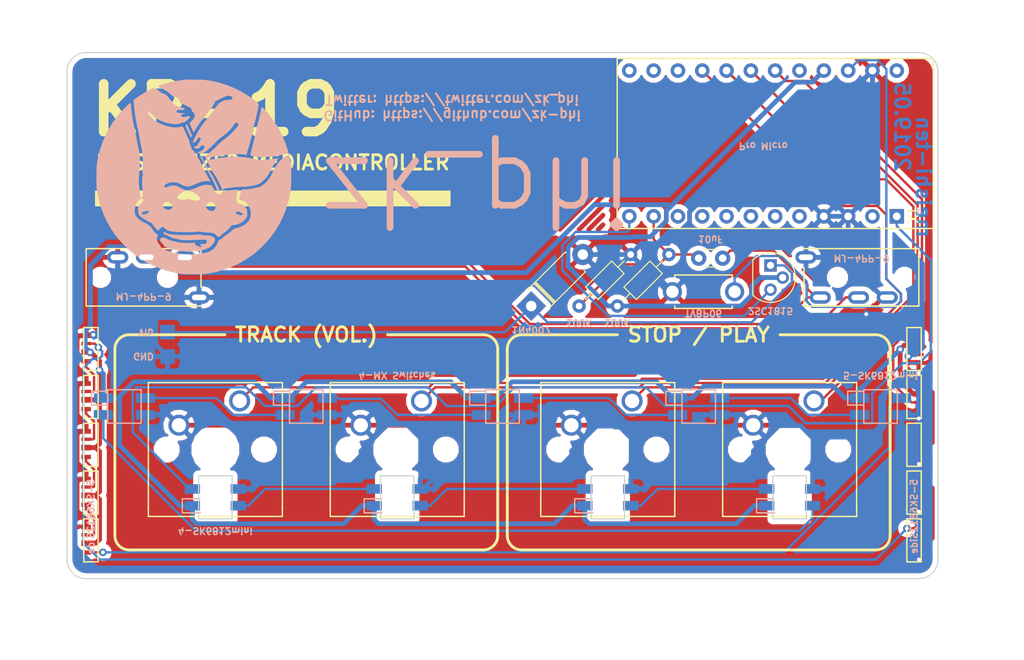
<source format=kicad_pcb>
(kicad_pcb (version 20171130) (host pcbnew "(5.0.1-3-g963ef8bb5)")
  (layers (0 F.Cu signal) (31 B.Cu signal) (34 B.Paste user) (35 F.Paste user) (36 B.SilkS user) (37 F.SilkS user) (38 B.Mask user) (39 F.Mask user) (44 Edge.Cuts user))
  (net 0 "")
  (net 1 audio)
  (net 2 "Net-(C1-Pad2)")
  (net 3 GND)
  (net 4 vib)
  (net 5 "Net-(J2-PadC)")
  (net 6 led)
  (net 7 underglow)
  (net 8 "Net-(L1-Pad1)")
  (net 9 VCC)
  (net 10 "Net-(L2-Pad1)")
  (net 11 "Net-(L3-Pad1)")
  (net 12 "Net-(L4-Pad1)")
  (net 13 "Net-(L5-Pad1)")
  (net 14 "Net-(L6-Pad1)")
  (net 15 "Net-(L7-Pad1)")
  (net 16 "Net-(L10-Pad3)")
  (net 17 "Net-(L10-Pad1)")
  (net 18 "Net-(L11-Pad1)")
  (net 19 "Net-(L12-Pad1)")
  (net 20 "Net-(L13-Pad1)")
  (net 21 "Net-(L14-Pad1)")
  (net 22 "Net-(L15-Pad1)")
  (net 23 sw1)
  (net 24 sw3)
  (net 25 sw2)
  (net 26 sw4)
  (net 27 reset)
  (net 28 "Net-(U1-Pad2)")
  (net 29 "Net-(U1-Pad5)")
  (net 30 "Net-(U1-Pad6)")
  (net 31 "Net-(U1-Pad8)")
  (net 32 "Net-(U1-Pad9)")
  (net 33 "Net-(U1-Pad10)")
  (net 34 "Net-(U1-Pad24)")
  (net 35 "Net-(U1-Pad14)")
  (net 36 "Net-(U1-Pad13)")
  (net 37 "Net-(L16-Pad1)")
  (net 38 backlight)
  (net 39 "Net-(L17-Pad1)")
  (net 40 "Net-(L18-Pad1)")
  (net 41 "Net-(D1-Pad1)")
  (net 42 "Net-(U1-Pad15)")
  (net 43 "Net-(U1-Pad7)")
  (net 44 "Net-(U1-Pad20)")
  (module Capacitor_THT:C_Disc_D3.0mm_W1.6mm_P2.50mm (layer F.Cu) (at 116 71.5)
    (fp_text reference C1 hide)
    (fp_text value C)
    (pad 2 thru_hole circle (at 2.5 0) (size 1.6 1.6) (drill 0.8) (layers *.Cu *.Mask) (net 2 "Net-(C1-Pad2)"))
    (pad 1 thru_hole circle (at 0 0) (size 1.6 1.6) (drill 0.8) (layers *.Cu *.Mask) (net 1 audio))
  )
  (module phi-kbd-library:MJ-4PP-9-irreversible (layer F.Cu) (at 52 73.5)
    (fp_text reference J2)
    (fp_text value MJ-4PP-9)
    (pad "" np_thru_hole circle (at 1.5 0) (size 1.2 1.2) (drill 1.2) (layers *.Cu *.Mask))
    (pad "" np_thru_hole circle (at 8.5 0) (size 1.2 1.2) (drill 1.2) (layers *.Cu *.Mask))
    (pad B thru_hole oval (at 3.3 -2.1) (size 2.2 1.3) (drill oval 1.5 0.6) (layers *.Cu *.Mask) (net 3 GND))
    (pad C thru_hole oval (at 6.3 -2.1) (size 2.2 1.3) (drill oval 1.5 0.6) (layers *.Cu *.Mask) (net 5 "Net-(J2-PadC)"))
    (pad D thru_hole oval (at 10.3 -2.1) (size 2.2 1.3) (drill oval 1.5 0.6) (layers *.Cu *.Mask) (net 2 "Net-(C1-Pad2)"))
    (pad A thru_hole oval (at 11.8 2.1) (size 2.2 1.3) (drill oval 1.5 0.6) (layers *.Cu *.Mask) (net 3 GND))
  )
  (module phi-kbd-library:MJ-4PP-9-irreversible (layer F.Cu) (at 139 73.5 180)
    (fp_text reference J3)
    (fp_text value MJ-4PP-9)
    (pad A thru_hole oval (at 11.8 2.1 180) (size 2.2 1.3) (drill oval 1.5 0.6) (layers *.Cu *.Mask) (net 3 GND))
    (pad D thru_hole oval (at 10.3 -2.1 180) (size 2.2 1.3) (drill oval 1.5 0.6) (layers *.Cu *.Mask) (net 2 "Net-(C1-Pad2)"))
    (pad C thru_hole oval (at 6.3 -2.1 180) (size 2.2 1.3) (drill oval 1.5 0.6) (layers *.Cu *.Mask) (net 5 "Net-(J2-PadC)"))
    (pad B thru_hole oval (at 3.3 -2.1 180) (size 2.2 1.3) (drill oval 1.5 0.6) (layers *.Cu *.Mask) (net 3 GND))
    (pad "" np_thru_hole circle (at 8.5 0 180) (size 1.2 1.2) (drill 1.2) (layers *.Cu *.Mask))
    (pad "" np_thru_hole circle (at 1.5 0 180) (size 1.2 1.2) (drill 1.2) (layers *.Cu *.Mask))
  )
  (module phi-kbd-library:SK6812MINI-underglow-irreversible (layer B.Cu) (at 56 87 180)
    (fp_text reference L1 hide)
    (fp_text value SK6812MINI hide)
    (pad 2 smd rect (at -2.2 -0.875 180) (size 2 1) (layers B.Cu B.Paste B.Mask) (net 3 GND))
    (pad 1 smd rect (at -2.2 0.875 180) (size 2 1) (layers B.Cu B.Paste B.Mask) (net 8 "Net-(L1-Pad1)"))
    (pad 3 smd rect (at 2.2 -0.875 180) (size 2 1) (layers B.Cu B.Paste B.Mask) (net 7 underglow))
    (pad 4 smd rect (at 2.2 0.875 180) (size 2 1) (layers B.Cu B.Paste B.Mask) (net 9 VCC))
  )
  (module phi-kbd-library:SK6812SIDE-irreversible (layer F.Cu) (at 52.5 101 90)
    (fp_text reference L2)
    (fp_text value SK6812MINI)
    (pad 3 smd rect (at -1.275 -0.5 90) (size 0.45 1) (layers F.Cu F.Paste F.Mask) (net 6 led))
    (pad 4 smd rect (at -0.3 -0.5 90) (size 0.6 1) (layers F.Cu F.Paste F.Mask) (net 9 VCC))
    (pad 1 smd rect (at 0.575 -0.5 90) (size 0.35 1) (layers F.Cu F.Paste F.Mask) (net 10 "Net-(L2-Pad1)"))
    (pad 2 smd rect (at 1.4 -0.5 90) (size 0.5 1) (layers F.Cu F.Paste F.Mask) (net 3 GND))
  )
  (module phi-kbd-library:SK6812MINI-underglow-irreversible (layer B.Cu) (at 75 87 180)
    (fp_text reference L3 hide)
    (fp_text value SK6812MINI hide)
    (pad 4 smd rect (at 2.2 0.875 180) (size 2 1) (layers B.Cu B.Paste B.Mask) (net 9 VCC))
    (pad 3 smd rect (at 2.2 -0.875 180) (size 2 1) (layers B.Cu B.Paste B.Mask) (net 8 "Net-(L1-Pad1)"))
    (pad 1 smd rect (at -2.2 0.875 180) (size 2 1) (layers B.Cu B.Paste B.Mask) (net 11 "Net-(L3-Pad1)"))
    (pad 2 smd rect (at -2.2 -0.875 180) (size 2 1) (layers B.Cu B.Paste B.Mask) (net 3 GND))
  )
  (module phi-kbd-library:SK6812SIDE-irreversible (layer F.Cu) (at 52.5 96 90)
    (fp_text reference L4)
    (fp_text value SK6812MINI)
    (pad 2 smd rect (at 1.4 -0.5 90) (size 0.5 1) (layers F.Cu F.Paste F.Mask) (net 3 GND))
    (pad 1 smd rect (at 0.575 -0.5 90) (size 0.35 1) (layers F.Cu F.Paste F.Mask) (net 12 "Net-(L4-Pad1)"))
    (pad 4 smd rect (at -0.3 -0.5 90) (size 0.6 1) (layers F.Cu F.Paste F.Mask) (net 9 VCC))
    (pad 3 smd rect (at -1.275 -0.5 90) (size 0.45 1) (layers F.Cu F.Paste F.Mask) (net 10 "Net-(L2-Pad1)"))
  )
  (module phi-kbd-library:SK6812MINI-underglow-irreversible (layer B.Cu) (at 95.5 87 180)
    (fp_text reference L5 hide)
    (fp_text value SK6812MINI hide)
    (pad 2 smd rect (at -2.2 -0.875 180) (size 2 1) (layers B.Cu B.Paste B.Mask) (net 3 GND))
    (pad 1 smd rect (at -2.2 0.875 180) (size 2 1) (layers B.Cu B.Paste B.Mask) (net 13 "Net-(L5-Pad1)"))
    (pad 3 smd rect (at 2.2 -0.875 180) (size 2 1) (layers B.Cu B.Paste B.Mask) (net 11 "Net-(L3-Pad1)"))
    (pad 4 smd rect (at 2.2 0.875 180) (size 2 1) (layers B.Cu B.Paste B.Mask) (net 9 VCC))
  )
  (module phi-kbd-library:SK6812SIDE-irreversible (layer F.Cu) (at 52.5 91 90)
    (fp_text reference L6)
    (fp_text value SK6812MINI)
    (pad 3 smd rect (at -1.275 -0.5 90) (size 0.45 1) (layers F.Cu F.Paste F.Mask) (net 12 "Net-(L4-Pad1)"))
    (pad 4 smd rect (at -0.3 -0.5 90) (size 0.6 1) (layers F.Cu F.Paste F.Mask) (net 9 VCC))
    (pad 1 smd rect (at 0.575 -0.5 90) (size 0.35 1) (layers F.Cu F.Paste F.Mask) (net 14 "Net-(L6-Pad1)"))
    (pad 2 smd rect (at 1.4 -0.5 90) (size 0.5 1) (layers F.Cu F.Paste F.Mask) (net 3 GND))
  )
  (module phi-kbd-library:SK6812MINI-underglow-irreversible (layer B.Cu) (at 116 87 180)
    (fp_text reference L7 hide)
    (fp_text value SK6812MINI hide)
    (pad 4 smd rect (at 2.2 0.875 180) (size 2 1) (layers B.Cu B.Paste B.Mask) (net 9 VCC))
    (pad 3 smd rect (at 2.2 -0.875 180) (size 2 1) (layers B.Cu B.Paste B.Mask) (net 13 "Net-(L5-Pad1)"))
    (pad 1 smd rect (at -2.2 0.875 180) (size 2 1) (layers B.Cu B.Paste B.Mask) (net 15 "Net-(L7-Pad1)"))
    (pad 2 smd rect (at -2.2 -0.875 180) (size 2 1) (layers B.Cu B.Paste B.Mask) (net 3 GND))
  )
  (module phi-kbd-library:SK6812SIDE-irreversible (layer F.Cu) (at 52.5 86 90)
    (fp_text reference L8)
    (fp_text value SK6812MINI)
    (pad 2 smd rect (at 1.4 -0.5 90) (size 0.5 1) (layers F.Cu F.Paste F.Mask) (net 3 GND))
    (pad 1 smd rect (at 0.575 -0.5 90) (size 0.35 1) (layers F.Cu F.Paste F.Mask) (net 16 "Net-(L10-Pad3)"))
    (pad 4 smd rect (at -0.3 -0.5 90) (size 0.6 1) (layers F.Cu F.Paste F.Mask) (net 9 VCC))
    (pad 3 smd rect (at -1.275 -0.5 90) (size 0.45 1) (layers F.Cu F.Paste F.Mask) (net 14 "Net-(L6-Pad1)"))
  )
  (module phi-kbd-library:SK6812MINI-underglow-irreversible (layer B.Cu) (at 135 87 180)
    (fp_text reference L9 hide)
    (fp_text value SK6812MINI hide)
    (pad 4 smd rect (at 2.2 0.875 180) (size 2 1) (layers B.Cu B.Paste B.Mask) (net 9 VCC))
    (pad 3 smd rect (at 2.2 -0.875 180) (size 2 1) (layers B.Cu B.Paste B.Mask) (net 15 "Net-(L7-Pad1)"))
    (pad 1 smd rect (at -2.2 0.875 180) (size 2 1) (layers B.Cu B.Paste B.Mask) (net 6 led))
    (pad 2 smd rect (at -2.2 -0.875 180) (size 2 1) (layers B.Cu B.Paste B.Mask) (net 3 GND))
  )
  (module phi-kbd-library:SK6812SIDE-irreversible (layer F.Cu) (at 52.5 81 90)
    (fp_text reference L10)
    (fp_text value SK6812MINI)
    (pad 3 smd rect (at -1.275 -0.5 90) (size 0.45 1) (layers F.Cu F.Paste F.Mask) (net 16 "Net-(L10-Pad3)"))
    (pad 4 smd rect (at -0.3 -0.5 90) (size 0.6 1) (layers F.Cu F.Paste F.Mask) (net 9 VCC))
    (pad 1 smd rect (at 0.575 -0.5 90) (size 0.35 1) (layers F.Cu F.Paste F.Mask) (net 17 "Net-(L10-Pad1)"))
    (pad 2 smd rect (at 1.4 -0.5 90) (size 0.5 1) (layers F.Cu F.Paste F.Mask) (net 3 GND))
  )
  (module phi-kbd-library:SK6812SIDE-irreversible (layer F.Cu) (at 138.5 101 270)
    (fp_text reference L11)
    (fp_text value SK6812MINI)
    (pad 2 smd rect (at 1.4 -0.5 270) (size 0.5 1) (layers F.Cu F.Paste F.Mask) (net 3 GND))
    (pad 1 smd rect (at 0.575 -0.5 270) (size 0.35 1) (layers F.Cu F.Paste F.Mask) (net 18 "Net-(L11-Pad1)"))
    (pad 4 smd rect (at -0.3 -0.5 270) (size 0.6 1) (layers F.Cu F.Paste F.Mask) (net 9 VCC))
    (pad 3 smd rect (at -1.275 -0.5 270) (size 0.45 1) (layers F.Cu F.Paste F.Mask) (net 17 "Net-(L10-Pad1)"))
  )
  (module phi-kbd-library:SK6812SIDE-irreversible (layer F.Cu) (at 138.5 96 270)
    (fp_text reference L12)
    (fp_text value SK6812MINI)
    (pad 3 smd rect (at -1.275 -0.5 270) (size 0.45 1) (layers F.Cu F.Paste F.Mask) (net 18 "Net-(L11-Pad1)"))
    (pad 4 smd rect (at -0.3 -0.5 270) (size 0.6 1) (layers F.Cu F.Paste F.Mask) (net 9 VCC))
    (pad 1 smd rect (at 0.575 -0.5 270) (size 0.35 1) (layers F.Cu F.Paste F.Mask) (net 19 "Net-(L12-Pad1)"))
    (pad 2 smd rect (at 1.4 -0.5 270) (size 0.5 1) (layers F.Cu F.Paste F.Mask) (net 3 GND))
  )
  (module phi-kbd-library:SK6812SIDE-irreversible (layer F.Cu) (at 138.5 91 270)
    (fp_text reference L13)
    (fp_text value SK6812MINI)
    (pad 2 smd rect (at 1.4 -0.5 270) (size 0.5 1) (layers F.Cu F.Paste F.Mask) (net 3 GND))
    (pad 1 smd rect (at 0.575 -0.5 270) (size 0.35 1) (layers F.Cu F.Paste F.Mask) (net 20 "Net-(L13-Pad1)"))
    (pad 4 smd rect (at -0.3 -0.5 270) (size 0.6 1) (layers F.Cu F.Paste F.Mask) (net 9 VCC))
    (pad 3 smd rect (at -1.275 -0.5 270) (size 0.45 1) (layers F.Cu F.Paste F.Mask) (net 19 "Net-(L12-Pad1)"))
  )
  (module phi-kbd-library:SK6812SIDE-irreversible (layer F.Cu) (at 138.5 86 270)
    (fp_text reference L14)
    (fp_text value SK6812MINI)
    (pad 3 smd rect (at -1.275 -0.5 270) (size 0.45 1) (layers F.Cu F.Paste F.Mask) (net 20 "Net-(L13-Pad1)"))
    (pad 4 smd rect (at -0.3 -0.5 270) (size 0.6 1) (layers F.Cu F.Paste F.Mask) (net 9 VCC))
    (pad 1 smd rect (at 0.575 -0.5 270) (size 0.35 1) (layers F.Cu F.Paste F.Mask) (net 21 "Net-(L14-Pad1)"))
    (pad 2 smd rect (at 1.4 -0.5 270) (size 0.5 1) (layers F.Cu F.Paste F.Mask) (net 3 GND))
  )
  (module phi-kbd-library:SK6812SIDE-irreversible (layer F.Cu) (at 138.5 81 270)
    (fp_text reference L15)
    (fp_text value SK6812MINI)
    (pad 2 smd rect (at 1.4 -0.5 270) (size 0.5 1) (layers F.Cu F.Paste F.Mask) (net 3 GND))
    (pad 1 smd rect (at 0.575 -0.5 270) (size 0.35 1) (layers F.Cu F.Paste F.Mask) (net 22 "Net-(L15-Pad1)"))
    (pad 4 smd rect (at -0.3 -0.5 270) (size 0.6 1) (layers F.Cu F.Paste F.Mask) (net 9 VCC))
    (pad 3 smd rect (at -1.275 -0.5 270) (size 0.45 1) (layers F.Cu F.Paste F.Mask) (net 21 "Net-(L14-Pad1)"))
  )
  (module Resistor_THT:R_Axial_DIN0204_L3.6mm_D1.6mm_P7.62mm_Horizontal (layer F.Cu) (at 107.5 76.5 45)
    (fp_text reference R1 hide)
    (fp_text value R)
    (pad 1 thru_hole circle (at 0 0 45) (size 1.4 1.4) (drill 0.7) (layers *.Cu *.Mask) (net 9 VCC))
    (pad 2 thru_hole oval (at 7.62 0 45) (size 1.4 1.4) (drill 0.7) (layers *.Cu *.Mask) (net 1 audio))
  )
  (module Resistor_THT:R_Axial_DIN0204_L3.6mm_D1.6mm_P7.62mm_Horizontal (layer F.Cu) (at 103.5 76.5 45)
    (fp_text reference R2 hide)
    (fp_text value R)
    (pad 2 thru_hole oval (at 7.62 0 45) (size 1.4 1.4) (drill 0.7) (layers *.Cu *.Mask) (net 3 GND))
    (pad 1 thru_hole circle (at 0 0 45) (size 1.4 1.4) (drill 0.7) (layers *.Cu *.Mask) (net 1 audio))
  )
  (module phi-kbd-library:MX_1.00u-irreversible (layer F.Cu) (at 65.5 91.5)
    (fp_text reference SW1)
    (fp_text value SW_PUSH hide)
    (pad "" np_thru_hole circle (at 5.08 0) (size 1.7 1.7) (drill 1.7) (layers *.Cu *.Mask))
    (pad "" np_thru_hole circle (at -5.08 0) (size 1.7 1.7) (drill 1.7) (layers *.Cu *.Mask))
    (pad "" np_thru_hole circle (at 0 0) (size 4 4) (drill 4) (layers *.Cu *.Mask))
    (pad 1 thru_hole circle (at -3.81 -2.54) (size 2.2 2.2) (drill 1.5) (layers *.Cu *.Mask) (net 3 GND))
    (pad 2 thru_hole circle (at 2.54 -5.08) (size 2.2 2.2) (drill 1.5) (layers *.Cu *.Mask) (net 23 sw1))
  )
  (module phi-kbd-library:MX_1.00u-irreversible (layer F.Cu) (at 106.5 91.5)
    (fp_text reference SW2)
    (fp_text value SW_PUSH hide)
    (pad "" np_thru_hole circle (at 5.08 0) (size 1.7 1.7) (drill 1.7) (layers *.Cu *.Mask))
    (pad "" np_thru_hole circle (at -5.08 0) (size 1.7 1.7) (drill 1.7) (layers *.Cu *.Mask))
    (pad "" np_thru_hole circle (at 0 0) (size 4 4) (drill 4) (layers *.Cu *.Mask))
    (pad 1 thru_hole circle (at -3.81 -2.54) (size 2.2 2.2) (drill 1.5) (layers *.Cu *.Mask) (net 3 GND))
    (pad 2 thru_hole circle (at 2.54 -5.08) (size 2.2 2.2) (drill 1.5) (layers *.Cu *.Mask) (net 24 sw3))
  )
  (module phi-kbd-library:MX_1.00u-irreversible (layer F.Cu) (at 84.5 91.5)
    (fp_text reference SW4)
    (fp_text value SW_PUSH hide)
    (pad 2 thru_hole circle (at 2.54 -5.08) (size 2.2 2.2) (drill 1.5) (layers *.Cu *.Mask) (net 25 sw2))
    (pad 1 thru_hole circle (at -3.81 -2.54) (size 2.2 2.2) (drill 1.5) (layers *.Cu *.Mask) (net 3 GND))
    (pad "" np_thru_hole circle (at 0 0) (size 4 4) (drill 4) (layers *.Cu *.Mask))
    (pad "" np_thru_hole circle (at -5.08 0) (size 1.7 1.7) (drill 1.7) (layers *.Cu *.Mask))
    (pad "" np_thru_hole circle (at 5.08 0) (size 1.7 1.7) (drill 1.7) (layers *.Cu *.Mask))
  )
  (module phi-kbd-library:MX_1.00u-irreversible (layer F.Cu) (at 125.5 91.5)
    (fp_text reference SW5)
    (fp_text value SW_PUSH hide)
    (pad 2 thru_hole circle (at 2.54 -5.08) (size 2.2 2.2) (drill 1.5) (layers *.Cu *.Mask) (net 26 sw4))
    (pad 1 thru_hole circle (at -3.81 -2.54) (size 2.2 2.2) (drill 1.5) (layers *.Cu *.Mask) (net 3 GND))
    (pad "" np_thru_hole circle (at 0 0) (size 4 4) (drill 4) (layers *.Cu *.Mask))
    (pad "" np_thru_hole circle (at -5.08 0) (size 1.7 1.7) (drill 1.7) (layers *.Cu *.Mask))
    (pad "" np_thru_hole circle (at 5.08 0) (size 1.7 1.7) (drill 1.7) (layers *.Cu *.Mask))
  )
  (module phi-kbd-library:ResetSW-irreversible (layer F.Cu) (at 116.5 75 180)
    (fp_text reference SW7 hide)
    (fp_text value SW_PUSH)
    (pad 2 thru_hole circle (at 3.25 0 180) (size 2 2) (drill 1.3) (layers *.Cu *.Mask) (net 3 GND))
    (pad 1 thru_hole circle (at -3.25 0 180) (size 2 2) (drill 1.3) (layers *.Cu *.Mask) (net 27 reset))
  )
  (module phi-kbd-library:ProMicro_Reversed_Conthrough-irreversible (layer F.Cu) (at 140.5 59.5 180)
    (fp_text reference U1)
    (fp_text value ProMicro hide)
    (fp_text user TX (at 2.1336 -7.5184 270 unlocked) (layer F.SilkS))
    (pad 1 thru_hole rect (at 3.81 -7.62 180) (size 1.524 1.524) (drill 0.8128) (layers *.Cu *.Mask) (net 38 backlight))
    (pad 2 thru_hole circle (at 6.35 -7.62 180) (size 1.524 1.524) (drill 0.8128) (layers *.Cu *.Mask) (net 28 "Net-(U1-Pad2)"))
    (pad 3 thru_hole circle (at 8.89 -7.62 180) (size 1.524 1.524) (drill 0.8128) (layers *.Cu *.Mask) (net 3 GND))
    (pad 4 thru_hole circle (at 11.43 -7.62 180) (size 1.524 1.524) (drill 0.8128) (layers *.Cu *.Mask) (net 3 GND))
    (pad 5 thru_hole circle (at 13.97 -7.62 180) (size 1.524 1.524) (drill 0.8128) (layers *.Cu *.Mask) (net 29 "Net-(U1-Pad5)"))
    (pad 6 thru_hole circle (at 16.51 -7.62 180) (size 1.524 1.524) (drill 0.8128) (layers *.Cu *.Mask) (net 30 "Net-(U1-Pad6)"))
    (pad 7 thru_hole circle (at 19.05 -7.62 180) (size 1.524 1.524) (drill 0.8128) (layers *.Cu *.Mask) (net 43 "Net-(U1-Pad7)"))
    (pad 8 thru_hole circle (at 21.59 -7.62 180) (size 1.524 1.524) (drill 0.8128) (layers *.Cu *.Mask) (net 31 "Net-(U1-Pad8)"))
    (pad 9 thru_hole circle (at 24.13 -7.62 180) (size 1.524 1.524) (drill 0.8128) (layers *.Cu *.Mask) (net 32 "Net-(U1-Pad9)"))
    (pad 10 thru_hole circle (at 26.67 -7.62 180) (size 1.524 1.524) (drill 0.8128) (layers *.Cu *.Mask) (net 33 "Net-(U1-Pad10)"))
    (pad 11 thru_hole circle (at 29.21 -7.62 180) (size 1.524 1.524) (drill 0.8128) (layers *.Cu *.Mask) (net 1 audio))
    (pad 12 thru_hole circle (at 31.75 -7.62 180) (size 1.524 1.524) (drill 0.8128) (layers *.Cu *.Mask) (net 4 vib))
    (pad 24 thru_hole circle (at 3.81 7.62 180) (size 1.524 1.524) (drill 0.8128) (layers *.Cu *.Mask) (net 34 "Net-(U1-Pad24)"))
    (pad 23 thru_hole circle (at 6.35 7.62 180) (size 1.524 1.524) (drill 0.8128) (layers *.Cu *.Mask) (net 3 GND))
    (pad 22 thru_hole circle (at 8.89 7.62 180) (size 1.524 1.524) (drill 0.8128) (layers *.Cu *.Mask) (net 27 reset))
    (pad 21 thru_hole circle (at 11.43 7.62 180) (size 1.524 1.524) (drill 0.8128) (layers *.Cu *.Mask) (net 9 VCC))
    (pad 20 thru_hole circle (at 13.97 7.62 180) (size 1.524 1.524) (drill 0.8128) (layers *.Cu *.Mask) (net 44 "Net-(U1-Pad20)"))
    (pad 19 thru_hole circle (at 16.51 7.62 180) (size 1.524 1.524) (drill 0.8128) (layers *.Cu *.Mask) (net 26 sw4))
    (pad 18 thru_hole circle (at 19.05 7.62 180) (size 1.524 1.524) (drill 0.8128) (layers *.Cu *.Mask) (net 24 sw3))
    (pad 17 thru_hole circle (at 21.59 7.62 180) (size 1.524 1.524) (drill 0.8128) (layers *.Cu *.Mask) (net 25 sw2))
    (pad 16 thru_hole circle (at 24.13 7.62 180) (size 1.524 1.524) (drill 0.8128) (layers *.Cu *.Mask) (net 23 sw1))
    (pad 15 thru_hole circle (at 26.67 7.62 180) (size 1.524 1.524) (drill 0.8128) (layers *.Cu *.Mask) (net 42 "Net-(U1-Pad15)"))
    (pad 14 thru_hole circle (at 29.21 7.62 180) (size 1.524 1.524) (drill 0.8128) (layers *.Cu *.Mask) (net 35 "Net-(U1-Pad14)"))
    (pad 13 thru_hole circle (at 31.75 7.62 180) (size 1.524 1.524) (drill 0.8128) (layers *.Cu *.Mask) (net 36 "Net-(U1-Pad13)"))
  )
  (module phi-kbd-library:2pads (layer B.Cu) (at 60.5 80.5)
    (fp_text reference J1 hide)
    (fp_text value Conn_01x02 hide)
    (pad 1 smd rect (at 0 -1.27) (size 1.524 1.524) (layers B.Cu B.Paste B.Mask) (net 41 "Net-(D1-Pad1)"))
    (pad 2 smd rect (at 0 1.27) (size 1.524 1.524) (layers B.Cu B.Paste B.Mask) (net 3 GND))
  )
  (module phi-kbd-library:SK6812MINI-irreversible (layer B.Cu) (at 65.5 96.5 180)
    (fp_text reference L16 hide)
    (fp_text value SK6812MINI hide)
    (pad 1 smd rect (at -2.4 -0.875 180) (size 1.6 1) (layers B.Cu B.Paste B.Mask) (net 37 "Net-(L16-Pad1)"))
    (pad 2 smd rect (at -2.4 0.875 180) (size 1.6 1) (layers B.Cu B.Paste B.Mask) (net 3 GND))
    (pad 3 smd rect (at 2.4 0.875 180) (size 1.6 1) (layers B.Cu B.Paste B.Mask) (net 38 backlight))
    (pad 4 smd rect (at 2.4 -0.875 180) (size 1.6 1) (layers B.Cu B.Paste B.Mask) (net 9 VCC))
  )
  (module phi-kbd-library:SK6812MINI-irreversible (layer B.Cu) (at 84.5 96.5 180)
    (fp_text reference L17 hide)
    (fp_text value SK6812MINI hide)
    (pad 4 smd rect (at 2.4 -0.875 180) (size 1.6 1) (layers B.Cu B.Paste B.Mask) (net 9 VCC))
    (pad 3 smd rect (at 2.4 0.875 180) (size 1.6 1) (layers B.Cu B.Paste B.Mask) (net 37 "Net-(L16-Pad1)"))
    (pad 2 smd rect (at -2.4 0.875 180) (size 1.6 1) (layers B.Cu B.Paste B.Mask) (net 3 GND))
    (pad 1 smd rect (at -2.4 -0.875 180) (size 1.6 1) (layers B.Cu B.Paste B.Mask) (net 39 "Net-(L17-Pad1)"))
  )
  (module phi-kbd-library:SK6812MINI-irreversible (layer B.Cu) (at 106.5 96.5 180)
    (fp_text reference L18 hide)
    (fp_text value SK6812MINI hide)
    (pad 1 smd rect (at -2.4 -0.875 180) (size 1.6 1) (layers B.Cu B.Paste B.Mask) (net 40 "Net-(L18-Pad1)"))
    (pad 2 smd rect (at -2.4 0.875 180) (size 1.6 1) (layers B.Cu B.Paste B.Mask) (net 3 GND))
    (pad 3 smd rect (at 2.4 0.875 180) (size 1.6 1) (layers B.Cu B.Paste B.Mask) (net 39 "Net-(L17-Pad1)"))
    (pad 4 smd rect (at 2.4 -0.875 180) (size 1.6 1) (layers B.Cu B.Paste B.Mask) (net 9 VCC))
  )
  (module phi-kbd-library:SK6812MINI-irreversible (layer B.Cu) (at 125.5 96.5 180)
    (fp_text reference L19 hide)
    (fp_text value SK6812MINI hide)
    (pad 4 smd rect (at 2.4 -0.875 180) (size 1.6 1) (layers B.Cu B.Paste B.Mask) (net 9 VCC))
    (pad 3 smd rect (at 2.4 0.875 180) (size 1.6 1) (layers B.Cu B.Paste B.Mask) (net 40 "Net-(L18-Pad1)"))
    (pad 2 smd rect (at -2.4 0.875 180) (size 1.6 1) (layers B.Cu B.Paste B.Mask) (net 3 GND))
    (pad 1 smd rect (at -2.4 -0.875 180) (size 1.6 1) (layers B.Cu B.Paste B.Mask) (net 7 underglow))
  )
  (module Diode_THT:D_DO-41_SOD81_P7.62mm_Horizontal (layer F.Cu) (at 98.5 76.5 45)
    (fp_text reference D1 hide)
    (fp_text value D)
    (pad 1 thru_hole rect (at 0 0 45) (size 2.2 2.2) (drill 1.1) (layers *.Cu *.Mask) (net 41 "Net-(D1-Pad1)"))
    (pad 2 thru_hole oval (at 7.62 0 45) (size 2.2 2.2) (drill 1.1) (layers *.Cu *.Mask) (net 3 GND))
  )
  (module Package_TO_SOT_THT:TO-92 (layer F.Cu) (at 123.5 72.25 270)
    (fp_text reference Q1 hide)
    (fp_text value Q_NPN_ECB)
    (pad 2 thru_hole circle (at 1.27 -1.27) (size 1.3 1.3) (drill 0.75) (layers *.Cu *.Mask) (net 9 VCC))
    (pad 3 thru_hole circle (at 2.54 0) (size 1.3 1.3) (drill 0.75) (layers *.Cu *.Mask) (net 4 vib))
    (pad 1 thru_hole rect (at 0 0) (size 1.3 1.3) (drill 0.75) (layers *.Cu *.Mask) (net 41 "Net-(D1-Pad1)"))
  )
  (module paripi:Untitled (layer B.Cu) (at 63.25 63)
    (fp_text reference G*** hide)
    (fp_text value LOGO hide)
  )
  (gr_text 2019.05 (at 137.25 57.75 270) (layer B.Cu) (effects (font (size 1.5 1.5) (thickness 0.3)) (justify mirror)))
  (gr_text meishi-ten (at 139.5 63 270) (layer B.Cu) (effects (font (size 1.5 1.5) (thickness 0.3)) (justify mirror)))
  (gr_text "4-MX Switches" (at 84.5 83.75 180) (layer B.SilkS) (effects (font (size 0.7 0.7)) (justify mirror)))
  (gr_text 4-SK6812mini (at 65.5 100 180) (layer B.SilkS) (effects (font (size 0.7 0.7)) (justify mirror)))
  (gr_text 5-SK6812mini (at 135 83.75 180) (layer B.SilkS) (effects (font (size 0.7 0.7)) (justify mirror)))
  (gr_text 5-SK6812Side (at 138.5 98.5 90) (layer B.SilkS) (effects (font (size 0.7 0.7)) (justify mirror)))
  (gr_text 5-SK6812Side (at 52.5 98.5 90) (layer B.SilkS) (effects (font (size 0.7 0.7)) (justify mirror)))
  (gr_text 1N4007 (at 98.5 79 180) (layer B.SilkS) (effects (font (size 0.7 0.7)) (justify mirror)))
  (gr_text 100K (at 103.5 78.25 180) (layer B.SilkS) (effects (font (size 0.7 0.7)) (justify mirror)))
  (gr_text 100K (at 107.5 78.25 180) (layer B.SilkS) (effects (font (size 0.7 0.7)) (justify mirror)))
  (gr_text Vib (at 58.25 79.25 180) (layer B.SilkS) (effects (font (size 0.7 0.7)) (justify mirror)))
  (gr_text GND (at 58 81.75 180) (layer B.SilkS) (effects (font (size 0.7 0.7)) (justify mirror)))
  (gr_text TVBP06 (at 116.5 77.25 180) (layer B.SilkS) (effects (font (size 0.7 0.7)) (justify mirror)))
  (gr_text 10uF (at 117.25 69.5 180) (layer B.SilkS) (effects (font (size 0.7 0.7)) (justify mirror)))
  (gr_text 2SC1815 (at 123.5 77 180) (layer B.SilkS) (effects (font (size 0.7 0.7)) (justify mirror)))
  (gr_text MJ-4PP-9 (at 133 71.5 180) (layer B.SilkS) (effects (font (size 0.7 0.7)) (justify mirror)))
  (gr_text "Pro Micro" (at 122.75 59.75 180) (layer B.SilkS) (effects (font (size 0.7 0.7)) (justify mirror)))
  (gr_text MJ-4PP-9 (at 58 75.5 180) (layer B.SilkS) (effects (font (size 0.7 0.7)) (justify mirror)))
  (gr_text "GitHub: https://github.com/zk-phi\nTwitter: https://twitter.com/zk_phi" (at 90.25 55.75 180) (layer B.SilkS) (effects (font (size 1 1) (thickness 0.2)) (justify mirror)))
  (gr_text zk_phi (at 92.75 64.5 180) (layer B.SilkS) (effects (font (size 7 7) (thickness 0.7)) (justify mirror)))
  (gr_poly (pts (xy 56 64.5) (xy 56 66) (xy 90 66) (xy 90 64.5)) (layer F.SilkS) (width 0.15))
  (gr_poly (pts (xy 54.5 64.5) (xy 54.5 66) (xy 55.5 66) (xy 55.5 64.5)) (layer F.SilkS) (width 0.15))
  (gr_poly (pts (xy 53 64.5) (xy 53 66) (xy 54 66) (xy 54 64.5)) (layer F.SilkS) (width 0.15))
  (gr_line (start 123.75 98.75) (end 123.75 94.25) (layer Edge.Cuts) (width 0.12))
  (gr_line (start 127.25 98.75) (end 123.75 98.75) (layer Edge.Cuts) (width 0.12))
  (gr_line (start 127.25 94.25) (end 127.25 98.75) (layer Edge.Cuts) (width 0.12))
  (gr_line (start 123.75 94.25) (end 127.25 94.25) (layer Edge.Cuts) (width 0.12))
  (gr_line (start 104.75 98.75) (end 104.75 94.25) (layer Edge.Cuts) (width 0.12))
  (gr_line (start 108.25 98.75) (end 104.75 98.75) (layer Edge.Cuts) (width 0.12))
  (gr_line (start 108.25 94.25) (end 108.25 98.75) (layer Edge.Cuts) (width 0.12))
  (gr_line (start 104.75 94.25) (end 108.25 94.25) (layer Edge.Cuts) (width 0.12))
  (gr_line (start 82.75 98.75) (end 82.75 94.25) (layer Edge.Cuts) (width 0.12))
  (gr_line (start 86.25 98.75) (end 82.75 98.75) (layer Edge.Cuts) (width 0.12))
  (gr_line (start 86.25 94.25) (end 86.25 98.75) (layer Edge.Cuts) (width 0.12))
  (gr_line (start 82.75 94.25) (end 86.25 94.25) (layer Edge.Cuts) (width 0.12))
  (gr_line (start 63.75 98.75) (end 63.75 94.25) (layer Edge.Cuts) (width 0.12))
  (gr_line (start 67.25 98.75) (end 63.75 98.75) (layer Edge.Cuts) (width 0.12))
  (gr_line (start 67.25 94.25) (end 67.25 98.75) (layer Edge.Cuts) (width 0.12))
  (gr_line (start 63.75 94.25) (end 67.25 94.25) (layer Edge.Cuts) (width 0.12))
  (gr_text "MEISHI SIZED MEDIACONTROLLER" (at 71.5 61.5) (layer F.SilkS) (effects (font (size 1.5 1.5) (thickness 0.3))))
  (gr_text KP-19 (at 65.5 56) (layer F.SilkS) (effects (font (size 5 5) (thickness 1))))
  (gr_line (start 96 81) (end 96 100.5) (layer F.SilkS) (width 0.3))
  (gr_arc (start 97.5 81) (end 97.5 79.5) (angle -90) (layer F.SilkS) (width 0.3))
  (gr_line (start 107.5 79.5) (end 97.5 79.5) (layer F.SilkS) (width 0.3))
  (gr_line (start 134.5 79.5) (end 124.5 79.5) (layer F.SilkS) (width 0.3))
  (gr_line (start 136 100.5) (end 136 81) (layer F.SilkS) (width 0.3))
  (gr_arc (start 134.5 81) (end 136 81) (angle -90) (layer F.SilkS) (width 0.3))
  (gr_arc (start 97.5 100.5) (end 96 100.5) (angle -90) (layer F.SilkS) (width 0.3))
  (gr_arc (start 134.5 100.5) (end 134.5 102) (angle -90) (layer F.SilkS) (width 0.3))
  (gr_line (start 97.5 102) (end 134.5 102) (layer F.SilkS) (width 0.3))
  (gr_text "STOP / PLAY" (at 116 79.5) (layer F.SilkS) (effects (font (size 1.5 1.5) (thickness 0.3))))
  (gr_line (start 93.5 79.5) (end 83.5 79.5) (layer F.SilkS) (width 0.3))
  (gr_text "TRACK (VOL.)" (at 75 79.5) (layer F.SilkS) (effects (font (size 1.5 1.5) (thickness 0.3))))
  (gr_arc (start 56.5 81) (end 56.5 79.5) (angle -90) (layer F.SilkS) (width 0.3))
  (gr_arc (start 56.5 100.5) (end 55 100.5) (angle -90) (layer F.SilkS) (width 0.3))
  (gr_arc (start 93.5 100.5) (end 93.5 102) (angle -90) (layer F.SilkS) (width 0.3))
  (gr_arc (start 93.5 81) (end 95 81) (angle -90) (layer F.SilkS) (width 0.3))
  (gr_line (start 56.5 102) (end 93.5 102) (layer F.SilkS) (width 0.3))
  (gr_line (start 55 81) (end 55 100.5) (layer F.SilkS) (width 0.3))
  (gr_line (start 66.5 79.5) (end 56.5 79.5) (layer F.SilkS) (width 0.3))
  (gr_line (start 95 100.5) (end 95 81) (layer F.SilkS) (width 0.3))
  (gr_arc (start 139 103) (end 139 105) (angle -90) (layer Edge.Cuts) (width 0.12))
  (gr_arc (start 139 52) (end 141 52) (angle -90) (layer Edge.Cuts) (width 0.12))
  (gr_arc (start 52 103) (end 50 103) (angle -90) (layer Edge.Cuts) (width 0.12))
  (gr_arc (start 52 52) (end 52 50) (angle -90) (layer Edge.Cuts) (width 0.12))
  (gr_line (start 141 52) (end 141 103) (layer Edge.Cuts) (width 0.12))
  (gr_line (start 52 105) (end 139 105) (layer Edge.Cuts) (width 0.12))
  (gr_line (start 52 50) (end 139 50) (layer Edge.Cuts) (width 0.12))
  (gr_line (start 50 52) (end 50 103) (layer Edge.Cuts) (width 0.12))
  (segment (start 105.5 68.5) (end 106 68) (width 0.5) (layer F.Cu) (net 0))
  (segment (start 104.5 68.5) (end 106 67) (width 0.5) (layer F.Cu) (net 0))
  (segment (start 103.5 68.5) (end 106 66) (width 0.5) (layer F.Cu) (net 0))
  (segment (start 102.5 68.5) (end 106 65) (width 0.45) (layer F.Cu) (net 0))
  (segment (start 101.5 68.5) (end 106 64) (width 0.45) (layer F.Cu) (net 0))
  (segment (start 98.5 68.5) (end 106 61) (width 0.4) (layer F.Cu) (net 0))
  (segment (start 97.5 68.5) (end 106 60) (width 0.4) (layer F.Cu) (net 0))
  (segment (start 96.5 68.5) (end 106 59) (width 0.35) (layer F.Cu) (net 0))
  (segment (start 95.5 68.5) (end 106 58) (width 0.35) (layer F.Cu) (net 0))
  (segment (start 94.5 68.5) (end 106 57) (width 0.35) (layer F.Cu) (net 0))
  (segment (start 91.5 68.5) (end 106 54) (width 0.3) (layer F.Cu) (net 0))
  (segment (start 90.5 68.5) (end 106 53) (width 0.25) (layer F.Cu) (net 0))
  (segment (start 89.5 68.5) (end 106 52) (width 0.25) (layer F.Cu) (net 0))
  (segment (start 100.5 68.5) (end 106 63) (width 0.45) (layer F.Cu) (net 0))
  (segment (start 99.5 68.5) (end 106 62) (width 0.4) (layer F.Cu) (net 0))
  (segment (start 93.5 68.5) (end 106 56) (width 0.3) (layer F.Cu) (net 0))
  (segment (start 92.5 68.5) (end 106 55) (width 0.3) (layer F.Cu) (net 0))
  (segment (start 115.888154 71.111846) (end 116 71) (width 0.25) (layer F.Cu) (net 1))
  (segment (start 111.29 69.513692) (end 112.888154 71.111846) (width 0.25) (layer F.Cu) (net 1))
  (segment (start 111.29 67.12) (end 111.29 69.513692) (width 0.25) (layer F.Cu) (net 1))
  (segment (start 104.199999 75.800001) (end 103.5 76.5) (width 0.25) (layer F.Cu) (net 1))
  (segment (start 107.863153 72.136847) (end 104.199999 75.800001) (width 0.25) (layer F.Cu) (net 1))
  (segment (start 111.863153 72.136847) (end 107.863153 72.136847) (width 0.25) (layer F.Cu) (net 1))
  (segment (start 112.888154 71.111846) (end 111.863153 72.136847) (width 0.25) (layer F.Cu) (net 1))
  (segment (start 115.611846 71.111846) (end 116 71.5) (width 0.25) (layer B.Cu) (net 1))
  (segment (start 112.888154 71.111846) (end 115.611846 71.111846) (width 0.25) (layer F.Cu) (net 1))
  (segment (start 119.299999 70.700001) (end 118.5 71.5) (width 0.25) (layer F.Cu) (net 2))
  (segment (start 128.7 75.6) (end 128.25 75.6) (width 0.25) (layer B.Cu) (net 2))
  (segment (start 124.569355 78.380645) (end 98.365375 78.380645) (width 0.25) (layer F.Cu) (net 2))
  (segment (start 127.35 75.6) (end 124.569355 78.380645) (width 0.25) (layer F.Cu) (net 2))
  (segment (start 91.38473 71.4) (end 62.3 71.4) (width 0.25) (layer F.Cu) (net 2))
  (segment (start 98.365375 78.380645) (end 91.38473 71.4) (width 0.25) (layer F.Cu) (net 2))
  (segment (start 128.7 75.6) (end 127.35 75.6) (width 0.25) (layer F.Cu) (net 2))
  (segment (start 123.800001 70.700001) (end 123.25 70.700001) (width 0.25) (layer F.Cu) (net 2))
  (segment (start 127.35 74.7) (end 127.35 74.25) (width 0.25) (layer F.Cu) (net 2))
  (segment (start 128.25 75.6) (end 127.35 74.7) (width 0.25) (layer F.Cu) (net 2))
  (segment (start 128.7 75.6) (end 128.25 75.6) (width 0.25) (layer F.Cu) (net 2))
  (segment (start 127.35 74.25) (end 123.800001 70.700001) (width 0.25) (layer F.Cu) (net 2))
  (segment (start 123.25 70.700001) (end 119.299999 70.700001) (width 0.25) (layer F.Cu) (net 2))
  (segment (start 123.350001 70.700001) (end 123.25 70.700001) (width 0.25) (layer F.Cu) (net 2))
  (segment (start 134.15 64.58) (end 131.61 67.12) (width 0.5) (layer B.Cu) (net 3))
  (segment (start 134.15 51.88) (end 134.15 64.58) (width 0.5) (layer B.Cu) (net 3))
  (segment (start 129.07 67.12) (end 131.61 67.12) (width 0.5) (layer B.Cu) (net 3))
  (segment (start 115.788239 65.907999) (end 115.042001 66.654237) (width 0.5) (layer B.Cu) (net 3))
  (segment (start 127.857999 65.907999) (end 115.788239 65.907999) (width 0.5) (layer B.Cu) (net 3))
  (segment (start 129.07 67.12) (end 127.857999 65.907999) (width 0.5) (layer B.Cu) (net 3))
  (segment (start 103.888154 71.111846) (end 108.888154 71.111846) (width 0.5) (layer B.Cu) (net 3))
  (segment (start 110.038155 69.961845) (end 108.888154 71.111846) (width 0.5) (layer B.Cu) (net 3))
  (segment (start 112.781917 69.961845) (end 110.038155 69.961845) (width 0.5) (layer B.Cu) (net 3))
  (segment (start 115.042001 67.701761) (end 112.781917 69.961845) (width 0.5) (layer B.Cu) (net 3))
  (segment (start 115.042001 66.654237) (end 115.042001 67.701761) (width 0.5) (layer B.Cu) (net 3))
  (segment (start 127.2 68.99) (end 129.07 67.12) (width 0.5) (layer B.Cu) (net 3))
  (segment (start 127.2 68.99) (end 127.2 71.4) (width 0.5) (layer B.Cu) (net 3))
  (segment (start 131.61 71.96) (end 135.25 75.6) (width 0.5) (layer B.Cu) (net 3))
  (segment (start 131.61 67.12) (end 131.61 71.96) (width 0.5) (layer B.Cu) (net 3))
  (segment (start 51.049999 82.899999) (end 52 83.85) (width 0.5) (layer F.Cu) (net 3))
  (segment (start 51.049999 79.889999) (end 51.049999 82.899999) (width 0.5) (layer F.Cu) (net 3))
  (segment (start 51.339998 79.6) (end 51.049999 79.889999) (width 0.5) (layer F.Cu) (net 3))
  (segment (start 52 83.85) (end 52 84.6) (width 0.5) (layer F.Cu) (net 3))
  (segment (start 52 79.6) (end 51.339998 79.6) (width 0.5) (layer F.Cu) (net 3))
  (segment (start 52 88.85) (end 52 89.6) (width 0.5) (layer F.Cu) (net 3))
  (segment (start 51.049999 87.899999) (end 52 88.85) (width 0.5) (layer F.Cu) (net 3))
  (segment (start 51.049999 84.889999) (end 51.049999 87.899999) (width 0.5) (layer F.Cu) (net 3))
  (segment (start 51.339998 84.6) (end 51.049999 84.889999) (width 0.5) (layer F.Cu) (net 3))
  (segment (start 52 84.6) (end 51.339998 84.6) (width 0.5) (layer F.Cu) (net 3))
  (segment (start 52 93.85) (end 52 94.6) (width 0.5) (layer F.Cu) (net 3))
  (segment (start 51.049999 92.899999) (end 52 93.85) (width 0.5) (layer F.Cu) (net 3))
  (segment (start 51.049999 89.889999) (end 51.049999 92.899999) (width 0.5) (layer F.Cu) (net 3))
  (segment (start 51.339998 89.6) (end 51.049999 89.889999) (width 0.5) (layer F.Cu) (net 3))
  (segment (start 52 89.6) (end 51.339998 89.6) (width 0.5) (layer F.Cu) (net 3))
  (segment (start 51.049999 94.889999) (end 51.049999 97.899999) (width 0.5) (layer F.Cu) (net 3))
  (segment (start 51.339998 94.6) (end 51.049999 94.889999) (width 0.5) (layer F.Cu) (net 3))
  (segment (start 52 98.85) (end 52 99.6) (width 0.5) (layer F.Cu) (net 3))
  (segment (start 51.049999 97.899999) (end 52 98.85) (width 0.5) (layer F.Cu) (net 3))
  (segment (start 52 94.6) (end 51.339998 94.6) (width 0.5) (layer F.Cu) (net 3))
  (via (at 139 88.25) (size 0.8) (drill 0.4) (layers F.Cu B.Cu) (net 3))
  (segment (start 139 87.4) (end 139 88.25) (width 0.5) (layer F.Cu) (net 3))
  (segment (start 137.575 88.25) (end 137.2 87.875) (width 0.5) (layer B.Cu) (net 3))
  (segment (start 139 88.25) (end 137.575 88.25) (width 0.5) (layer B.Cu) (net 3))
  (via (at 139 83.5) (size 0.8) (drill 0.4) (layers F.Cu B.Cu) (net 3))
  (segment (start 139 82.4) (end 139 83.5) (width 0.5) (layer F.Cu) (net 3))
  (via (at 139 93) (size 0.8) (drill 0.4) (layers F.Cu B.Cu) (net 3))
  (segment (start 139 92.4) (end 139 93) (width 0.5) (layer F.Cu) (net 3))
  (via (at 139 98) (size 0.8) (drill 0.4) (layers F.Cu B.Cu) (net 3))
  (segment (start 139 97.4) (end 139 98) (width 0.5) (layer F.Cu) (net 3))
  (via (at 139 103) (size 0.8) (drill 0.4) (layers F.Cu B.Cu) (net 3))
  (segment (start 139 102.4) (end 139 103) (width 0.5) (layer F.Cu) (net 3))
  (segment (start 139 103) (end 139 98) (width 0.5) (layer B.Cu) (net 3))
  (segment (start 139 93) (end 139 98) (width 0.5) (layer B.Cu) (net 3))
  (segment (start 139 93) (end 139 88.25) (width 0.5) (layer B.Cu) (net 3))
  (segment (start 55.3 72.55) (end 55.3 71.4) (width 0.5) (layer B.Cu) (net 3))
  (segment (start 58.35 75.6) (end 55.3 72.55) (width 0.5) (layer B.Cu) (net 3))
  (segment (start 135.25 75.6) (end 135.7 75.6) (width 0.5) (layer F.Cu) (net 3))
  (segment (start 98.186814 79.75) (end 131.1 79.75) (width 0.5) (layer F.Cu) (net 3))
  (segment (start 94.036814 75.6) (end 98.186814 79.75) (width 0.5) (layer F.Cu) (net 3))
  (segment (start 63.8 75.6) (end 94.036814 75.6) (width 0.5) (layer F.Cu) (net 3))
  (segment (start 59.287999 76.312001) (end 60 75.6) (width 0.5) (layer B.Cu) (net 3))
  (segment (start 60.5 81.77) (end 59.287999 80.557999) (width 0.5) (layer B.Cu) (net 3))
  (segment (start 59.287999 80.557999) (end 59.287999 76.312001) (width 0.5) (layer B.Cu) (net 3))
  (segment (start 60 75.6) (end 58.35 75.6) (width 0.5) (layer B.Cu) (net 3))
  (segment (start 63.8 75.6) (end 60 75.6) (width 0.5) (layer B.Cu) (net 3))
  (segment (start 112.776308 75) (end 113.25 75) (width 0.5) (layer F.Cu) (net 3))
  (segment (start 108.888154 71.111846) (end 112.776308 75) (width 0.5) (layer B.Cu) (net 3))
  (segment (start 74.749999 88.825001) (end 75.7 87.875) (width 0.5) (layer B.Cu) (net 3))
  (segment (start 67.075001 88.825001) (end 74.749999 88.825001) (width 0.5) (layer B.Cu) (net 3))
  (segment (start 58.2 87.875) (end 59.7 87.875) (width 0.5) (layer B.Cu) (net 3))
  (segment (start 59.7 87.875) (end 60.825 86.75) (width 0.5) (layer B.Cu) (net 3))
  (segment (start 60.825 86.75) (end 65 86.75) (width 0.5) (layer B.Cu) (net 3))
  (segment (start 65 86.75) (end 67.075001 88.825001) (width 0.5) (layer B.Cu) (net 3))
  (segment (start 75.7 87.875) (end 77.2 87.875) (width 0.5) (layer B.Cu) (net 3))
  (segment (start 77.794012 95.04999) (end 69.77501 95.04999) (width 0.5) (layer B.Cu) (net 3))
  (segment (start 86.950001 94.574999) (end 86.950001 90.323999) (width 0.5) (layer B.Cu) (net 3))
  (segment (start 86.9 94.625) (end 86.950001 94.574999) (width 0.5) (layer B.Cu) (net 3))
  (segment (start 69.2 95.625) (end 67.9 95.625) (width 0.5) (layer B.Cu) (net 3))
  (segment (start 86.9 95.625) (end 86.9 94.625) (width 0.5) (layer B.Cu) (net 3))
  (segment (start 69.77501 95.04999) (end 69.2 95.625) (width 0.5) (layer B.Cu) (net 3))
  (segment (start 80.720001 92.124001) (end 77.794012 95.04999) (width 0.5) (layer B.Cu) (net 3))
  (segment (start 80.720001 91.653997) (end 80.720001 92.124001) (width 0.5) (layer B.Cu) (net 3))
  (segment (start 107.273645 89.150021) (end 107.776023 89.150021) (width 0.5) (layer B.Cu) (net 3))
  (segment (start 108.950001 90.323999) (end 108.950001 94.574999) (width 0.5) (layer B.Cu) (net 3))
  (segment (start 88.2 94.625) (end 100.219002 94.625) (width 0.5) (layer B.Cu) (net 3))
  (segment (start 87.2 95.625) (end 88.2 94.625) (width 0.5) (layer B.Cu) (net 3))
  (segment (start 107.776023 89.150021) (end 108.950001 90.323999) (width 0.5) (layer B.Cu) (net 3))
  (segment (start 86.9 95.625) (end 87.2 95.625) (width 0.5) (layer B.Cu) (net 3))
  (segment (start 108.950001 94.574999) (end 108.9 94.625) (width 0.5) (layer B.Cu) (net 3))
  (segment (start 107.173623 89.049999) (end 107.273645 89.150021) (width 0.5) (layer B.Cu) (net 3))
  (segment (start 102.720001 92.124001) (end 102.720001 91.653997) (width 0.5) (layer B.Cu) (net 3))
  (segment (start 105.323999 89.049999) (end 107.173623 89.049999) (width 0.5) (layer B.Cu) (net 3))
  (segment (start 102.720001 91.653997) (end 105.323999 89.049999) (width 0.5) (layer B.Cu) (net 3))
  (segment (start 100.219002 94.625) (end 102.720001 92.124001) (width 0.5) (layer B.Cu) (net 3))
  (segment (start 108.9 94.625) (end 108.9 95.625) (width 0.5) (layer B.Cu) (net 3))
  (segment (start 127.950001 90.323999) (end 126.626002 89) (width 0.5) (layer B.Cu) (net 3))
  (segment (start 126.626002 89) (end 124.373998 89) (width 0.5) (layer B.Cu) (net 3))
  (segment (start 118.794012 95.04999) (end 110.77501 95.04999) (width 0.5) (layer B.Cu) (net 3))
  (segment (start 124.373998 89) (end 121.720001 91.653997) (width 0.5) (layer B.Cu) (net 3))
  (segment (start 127.9 92.726002) (end 127.950001 92.676001) (width 0.5) (layer B.Cu) (net 3))
  (segment (start 121.720001 92.124001) (end 118.794012 95.04999) (width 0.5) (layer B.Cu) (net 3))
  (segment (start 110.77501 95.04999) (end 110.2 95.625) (width 0.5) (layer B.Cu) (net 3))
  (segment (start 121.720001 91.653997) (end 121.720001 92.124001) (width 0.5) (layer B.Cu) (net 3))
  (segment (start 110.2 95.625) (end 108.9 95.625) (width 0.5) (layer B.Cu) (net 3))
  (segment (start 127.9 95.625) (end 127.9 92.726002) (width 0.5) (layer B.Cu) (net 3))
  (segment (start 127.950001 92.676001) (end 127.950001 90.323999) (width 0.5) (layer B.Cu) (net 3))
  (segment (start 60.5 81.77) (end 55.77 81.77) (width 0.5) (layer B.Cu) (net 3))
  (via (at 52.75 79.5) (size 0.8) (drill 0.4) (layers F.Cu B.Cu) (net 3))
  (segment (start 53.157615 79.5) (end 52.75 79.5) (width 0.5) (layer B.Cu) (net 3))
  (segment (start 55.427615 81.77) (end 53.157615 79.5) (width 0.5) (layer B.Cu) (net 3))
  (segment (start 55.77 81.77) (end 55.427615 81.77) (width 0.5) (layer B.Cu) (net 3))
  (segment (start 52.1 79.5) (end 52 79.6) (width 0.5) (layer F.Cu) (net 3))
  (segment (start 52.75 79.5) (end 52.1 79.5) (width 0.5) (layer F.Cu) (net 3))
  (segment (start 115.749999 88.825001) (end 116.7 87.875) (width 0.5) (layer B.Cu) (net 3))
  (segment (start 79.79998 86.77502) (end 82.575422 86.77502) (width 0.5) (layer B.Cu) (net 3))
  (segment (start 106.44781 86.75) (end 108.522811 88.825001) (width 0.5) (layer B.Cu) (net 3))
  (segment (start 100.325 86.75) (end 106.44781 86.75) (width 0.5) (layer B.Cu) (net 3))
  (segment (start 77.2 87.875) (end 78.7 87.875) (width 0.5) (layer B.Cu) (net 3))
  (segment (start 82.575422 86.77502) (end 84.675402 88.875) (width 0.5) (layer B.Cu) (net 3))
  (segment (start 96.2 88.875) (end 97.2 87.875) (width 0.5) (layer B.Cu) (net 3))
  (segment (start 78.7 87.875) (end 79.79998 86.77502) (width 0.5) (layer B.Cu) (net 3))
  (segment (start 116.7 87.875) (end 118.2 87.875) (width 0.5) (layer B.Cu) (net 3))
  (segment (start 108.522811 88.825001) (end 115.749999 88.825001) (width 0.5) (layer B.Cu) (net 3))
  (segment (start 97.2 87.875) (end 97.7 87.875) (width 0.5) (layer B.Cu) (net 3))
  (segment (start 99.2 87.875) (end 100.325 86.75) (width 0.5) (layer B.Cu) (net 3))
  (segment (start 97.7 87.875) (end 99.2 87.875) (width 0.5) (layer B.Cu) (net 3))
  (segment (start 86.948999 90.323999) (end 85.5 88.875) (width 0.5) (layer B.Cu) (net 3))
  (segment (start 86.950001 90.323999) (end 86.948999 90.323999) (width 0.5) (layer B.Cu) (net 3))
  (segment (start 85.5 88.875) (end 96.2 88.875) (width 0.5) (layer B.Cu) (net 3))
  (segment (start 84.675402 88.875) (end 85.5 88.875) (width 0.5) (layer B.Cu) (net 3))
  (segment (start 83.498998 88.875) (end 83.123998 89.25) (width 0.5) (layer B.Cu) (net 3))
  (segment (start 83.123998 89.25) (end 80.720001 91.653997) (width 0.5) (layer B.Cu) (net 3))
  (segment (start 84.675402 88.875) (end 83.498998 88.875) (width 0.5) (layer B.Cu) (net 3))
  (segment (start 83.323999 89.049999) (end 83.123998 89.25) (width 0.5) (layer B.Cu) (net 3))
  (segment (start 127.950001 90.323999) (end 128.074001 90.199999) (width 0.5) (layer B.Cu) (net 3))
  (segment (start 128.074001 90.199999) (end 134.300001 90.199999) (width 0.5) (layer B.Cu) (net 3))
  (segment (start 134.300001 90.199999) (end 135.299988 89.200012) (width 0.5) (layer B.Cu) (net 3))
  (segment (start 135.299988 89.200012) (end 135.299988 85.950012) (width 0.5) (layer B.Cu) (net 3))
  (segment (start 135.299988 85.950012) (end 135.25 85.900024) (width 0.5) (layer B.Cu) (net 3))
  (segment (start 136.400024 84.75) (end 139 84.75) (width 0.5) (layer B.Cu) (net 3))
  (segment (start 135.25 85.900024) (end 136.400024 84.75) (width 0.5) (layer B.Cu) (net 3))
  (segment (start 139 84.75) (end 139 88.25) (width 0.5) (layer B.Cu) (net 3))
  (segment (start 139 83.5) (end 139 84.75) (width 0.5) (layer B.Cu) (net 3))
  (via (at 137.899998 81.75) (size 0.8) (drill 0.4) (layers F.Cu B.Cu) (net 3))
  (segment (start 138 82.4) (end 137.899998 82.299998) (width 0.5) (layer F.Cu) (net 3))
  (segment (start 139 82.4) (end 138 82.4) (width 0.5) (layer F.Cu) (net 3))
  (segment (start 137.899998 82.299998) (end 137.899998 81.75) (width 0.5) (layer F.Cu) (net 3))
  (segment (start 137.899998 81.75) (end 137.899998 80.149998) (width 0.5) (layer B.Cu) (net 3))
  (via (at 133.5 77.35) (size 0.8) (drill 0.4) (layers F.Cu B.Cu) (net 3))
  (segment (start 135.1 77.35) (end 133.5 77.35) (width 0.5) (layer B.Cu) (net 3))
  (segment (start 137.899998 80.149998) (end 135.1 77.35) (width 0.5) (layer B.Cu) (net 3))
  (segment (start 133.5 77.35) (end 135.25 75.6) (width 0.5) (layer F.Cu) (net 3))
  (segment (start 131.1 79.75) (end 133.5 77.35) (width 0.5) (layer F.Cu) (net 3))
  (segment (start 127.794002 88.96) (end 123.245634 88.96) (width 0.5) (layer F.Cu) (net 3))
  (segment (start 123.245634 88.96) (end 121.69 88.96) (width 0.5) (layer F.Cu) (net 3))
  (segment (start 139.900037 64.650038) (end 139.900034 76.099964) (width 0.5) (layer F.Cu) (net 3))
  (segment (start 129.75 86.25) (end 129.75 87.004002) (width 0.5) (layer F.Cu) (net 3))
  (segment (start 134.15 58.9) (end 139.900037 64.650038) (width 0.5) (layer F.Cu) (net 3))
  (segment (start 129.75 87.004002) (end 127.794002 88.96) (width 0.5) (layer F.Cu) (net 3))
  (segment (start 139.900034 76.099964) (end 129.75 86.25) (width 0.5) (layer F.Cu) (net 3))
  (segment (start 134.15 51.88) (end 134.15 58.9) (width 0.5) (layer F.Cu) (net 3))
  (segment (start 121.69 88.96) (end 102.69 88.96) (width 0.5) (layer F.Cu) (net 3))
  (segment (start 102.69 88.96) (end 80.69 88.96) (width 0.5) (layer F.Cu) (net 3))
  (segment (start 80.69 88.96) (end 61.69 88.96) (width 0.5) (layer F.Cu) (net 3))
  (segment (start 122.850001 75.439999) (end 123.5 74.79) (width 0.25) (layer B.Cu) (net 4))
  (segment (start 120.764999 77.525001) (end 122.850001 75.439999) (width 0.25) (layer B.Cu) (net 4))
  (segment (start 106.525001 77.525001) (end 120.764999 77.525001) (width 0.25) (layer B.Cu) (net 4))
  (segment (start 101.75 72.75) (end 106.525001 77.525001) (width 0.25) (layer B.Cu) (net 4))
  (segment (start 108.75 67.12) (end 108.75 68.5) (width 0.25) (layer B.Cu) (net 4))
  (segment (start 101.75 70.14281) (end 101.75 72.75) (width 0.25) (layer B.Cu) (net 4))
  (segment (start 103.14281 68.75) (end 101.75 70.14281) (width 0.25) (layer B.Cu) (net 4))
  (segment (start 108.5 68.75) (end 103.14281 68.75) (width 0.25) (layer B.Cu) (net 4))
  (segment (start 108.75 68.5) (end 108.5 68.75) (width 0.25) (layer B.Cu) (net 4))
  (segment (start 128.119345 78.830655) (end 98.080655 78.830655) (width 0.25) (layer F.Cu) (net 5))
  (segment (start 131.35 75.6) (end 128.119345 78.830655) (width 0.25) (layer F.Cu) (net 5))
  (segment (start 132.7 75.6) (end 131.35 75.6) (width 0.25) (layer F.Cu) (net 5))
  (segment (start 59.65 71.4) (end 58.3 71.4) (width 0.25) (layer F.Cu) (net 5))
  (segment (start 60.62501 72.37501) (end 59.65 71.4) (width 0.25) (layer F.Cu) (net 5))
  (segment (start 91.62501 72.37501) (end 60.62501 72.37501) (width 0.25) (layer F.Cu) (net 5))
  (segment (start 98.080655 78.830655) (end 91.62501 72.37501) (width 0.25) (layer F.Cu) (net 5))
  (via (at 53.75 102.25) (size 0.8) (drill 0.4) (layers F.Cu B.Cu) (net 6))
  (segment (start 52.025 102.25) (end 52 102.275) (width 0.25) (layer F.Cu) (net 6))
  (segment (start 53.75 102.25) (end 52.025 102.25) (width 0.25) (layer F.Cu) (net 6))
  (segment (start 54.315685 102.25) (end 53.75 102.25) (width 0.25) (layer B.Cu) (net 6))
  (segment (start 128.350011 98.830886) (end 124.930897 102.25) (width 0.25) (layer B.Cu) (net 6))
  (segment (start 124.930897 102.25) (end 54.315685 102.25) (width 0.25) (layer B.Cu) (net 6))
  (segment (start 136.7 86.125) (end 135.874999 86.950001) (width 0.25) (layer B.Cu) (net 6))
  (segment (start 135.874999 86.950001) (end 135.874999 91.285003) (width 0.25) (layer B.Cu) (net 6))
  (segment (start 128.350011 98.809991) (end 128.350011 98.830886) (width 0.25) (layer B.Cu) (net 6))
  (segment (start 137.2 86.125) (end 136.7 86.125) (width 0.25) (layer B.Cu) (net 6))
  (segment (start 135.874999 91.285003) (end 128.350011 98.809991) (width 0.25) (layer B.Cu) (net 6))
  (segment (start 127.9 97.375) (end 127.9 98.644486) (width 0.25) (layer B.Cu) (net 7))
  (segment (start 127.9 98.644486) (end 126.544486 100) (width 0.25) (layer B.Cu) (net 7))
  (segment (start 53.8 88.625) (end 53.8 87.875) (width 0.25) (layer B.Cu) (net 7))
  (segment (start 53.8 90.334451) (end 53.8 88.625) (width 0.25) (layer B.Cu) (net 7))
  (segment (start 63.465549 100) (end 53.8 90.334451) (width 0.25) (layer B.Cu) (net 7))
  (segment (start 126.544486 100) (end 63.465549 100) (width 0.25) (layer B.Cu) (net 7))
  (segment (start 67.385998 87.875) (end 71.55 87.875) (width 0.25) (layer B.Cu) (net 8))
  (segment (start 71.55 87.875) (end 72.8 87.875) (width 0.25) (layer B.Cu) (net 8))
  (segment (start 65.635998 86.125) (end 67.385998 87.875) (width 0.25) (layer B.Cu) (net 8))
  (segment (start 58.2 86.125) (end 65.635998 86.125) (width 0.25) (layer B.Cu) (net 8))
  (segment (start 53 101.3) (end 53.400011 100.899989) (width 0.5) (layer F.Cu) (net 9))
  (segment (start 53.400011 96.700011) (end 53 96.3) (width 0.5) (layer F.Cu) (net 9))
  (segment (start 52 101.3) (end 53 101.3) (width 0.5) (layer F.Cu) (net 9))
  (segment (start 53.400011 91.700011) (end 53 91.3) (width 0.5) (layer F.Cu) (net 9))
  (segment (start 53.400011 95.899989) (end 53.400011 91.700011) (width 0.5) (layer F.Cu) (net 9))
  (segment (start 53 96.3) (end 53.400011 95.899989) (width 0.5) (layer F.Cu) (net 9))
  (segment (start 52 96.3) (end 53 96.3) (width 0.5) (layer F.Cu) (net 9))
  (segment (start 53.400011 90.899989) (end 53.400011 86.700011) (width 0.5) (layer F.Cu) (net 9))
  (segment (start 53 91.3) (end 53.400011 90.899989) (width 0.5) (layer F.Cu) (net 9))
  (segment (start 53.400011 86.700011) (end 53 86.3) (width 0.5) (layer F.Cu) (net 9))
  (segment (start 52 91.3) (end 53 91.3) (width 0.5) (layer F.Cu) (net 9))
  (segment (start 52 86.3) (end 53 86.3) (width 0.5) (layer F.Cu) (net 9))
  (segment (start 139.950001 90.310001) (end 139.560002 90.7) (width 0.5) (layer F.Cu) (net 9))
  (segment (start 139.950001 86.039999) (end 139.950001 90.310001) (width 0.5) (layer F.Cu) (net 9))
  (segment (start 139.610002 85.7) (end 139.950001 86.039999) (width 0.5) (layer F.Cu) (net 9))
  (segment (start 139 85.7) (end 139.610002 85.7) (width 0.5) (layer F.Cu) (net 9))
  (segment (start 139.560002 90.7) (end 139 90.7) (width 0.5) (layer F.Cu) (net 9))
  (segment (start 138.049999 91.039999) (end 138.049999 95.310001) (width 0.5) (layer F.Cu) (net 9))
  (segment (start 138.389998 90.7) (end 138.049999 91.039999) (width 0.5) (layer F.Cu) (net 9))
  (segment (start 139 90.7) (end 138.389998 90.7) (width 0.5) (layer F.Cu) (net 9))
  (segment (start 138.439998 95.7) (end 139 95.7) (width 0.5) (layer F.Cu) (net 9))
  (segment (start 138.049999 95.310001) (end 138.439998 95.7) (width 0.5) (layer F.Cu) (net 9))
  (segment (start 139.560002 100.7) (end 139 100.7) (width 0.5) (layer F.Cu) (net 9))
  (segment (start 139.950001 100.310001) (end 139.560002 100.7) (width 0.5) (layer F.Cu) (net 9))
  (segment (start 139.860001 95.949999) (end 139.950001 96.039999) (width 0.5) (layer F.Cu) (net 9))
  (segment (start 139 95.7) (end 139.249999 95.949999) (width 0.5) (layer F.Cu) (net 9))
  (segment (start 139.950001 96.039999) (end 139.950001 100.310001) (width 0.5) (layer F.Cu) (net 9))
  (segment (start 139.249999 95.949999) (end 139.860001 95.949999) (width 0.5) (layer F.Cu) (net 9))
  (segment (start 104.1 98.375) (end 104.1 97.375) (width 0.5) (layer B.Cu) (net 9))
  (segment (start 104.1 98.821263) (end 104.1 98.375) (width 0.5) (layer B.Cu) (net 9))
  (segment (start 104.538747 99.26001) (end 104.1 98.821263) (width 0.5) (layer B.Cu) (net 9))
  (segment (start 119.91499 99.26001) (end 104.538747 99.26001) (width 0.5) (layer B.Cu) (net 9))
  (segment (start 121.8 97.375) (end 119.91499 99.26001) (width 0.5) (layer B.Cu) (net 9))
  (segment (start 123.1 97.375) (end 121.8 97.375) (width 0.5) (layer B.Cu) (net 9))
  (segment (start 82.1 98.375) (end 82.1 97.375) (width 0.5) (layer B.Cu) (net 9))
  (segment (start 82.1 98.821263) (end 82.1 98.375) (width 0.5) (layer B.Cu) (net 9))
  (segment (start 100.91499 99.26001) (end 82.538747 99.26001) (width 0.5) (layer B.Cu) (net 9))
  (segment (start 82.538747 99.26001) (end 82.1 98.821263) (width 0.5) (layer B.Cu) (net 9))
  (segment (start 102.8 97.375) (end 100.91499 99.26001) (width 0.5) (layer B.Cu) (net 9))
  (segment (start 104.1 97.375) (end 102.8 97.375) (width 0.5) (layer B.Cu) (net 9))
  (segment (start 53.8 86.125) (end 53.3 86.125) (width 0.5) (layer B.Cu) (net 9))
  (segment (start 63.1 98.375) (end 63.1 97.375) (width 0.5) (layer B.Cu) (net 9))
  (segment (start 63.1 98.821263) (end 63.1 98.375) (width 0.5) (layer B.Cu) (net 9))
  (segment (start 63.538747 99.26001) (end 63.1 98.821263) (width 0.5) (layer B.Cu) (net 9))
  (segment (start 80.8 97.375) (end 78.91499 99.26001) (width 0.5) (layer B.Cu) (net 9))
  (segment (start 78.91499 99.26001) (end 63.538747 99.26001) (width 0.5) (layer B.Cu) (net 9))
  (segment (start 82.1 97.375) (end 80.8 97.375) (width 0.5) (layer B.Cu) (net 9))
  (segment (start 108.489949 76.5) (end 107.5 76.5) (width 0.5) (layer B.Cu) (net 9))
  (segment (start 120.396002 76.5) (end 108.489949 76.5) (width 0.5) (layer B.Cu) (net 9))
  (segment (start 121.580001 75.316001) (end 120.396002 76.5) (width 0.5) (layer B.Cu) (net 9))
  (segment (start 122.44 73.52) (end 121.580001 74.379999) (width 0.5) (layer B.Cu) (net 9))
  (segment (start 121.580001 74.379999) (end 121.580001 75.316001) (width 0.5) (layer B.Cu) (net 9))
  (segment (start 124.77 73.52) (end 122.44 73.52) (width 0.5) (layer B.Cu) (net 9))
  (segment (start 129.07 51.88) (end 127.857999 53.092001) (width 0.5) (layer B.Cu) (net 9))
  (segment (start 127.857999 53.092001) (end 126.064237 53.092001) (width 0.5) (layer B.Cu) (net 9))
  (segment (start 52.05 96.25) (end 52 96.3) (width 0.5) (layer F.Cu) (net 9))
  (segment (start 113.8 86.125) (end 115.3 86.125) (width 0.5) (layer B.Cu) (net 9))
  (segment (start 116.555001 84.869999) (end 130.044999 84.869999) (width 0.5) (layer B.Cu) (net 9))
  (segment (start 131.3 86.125) (end 132.8 86.125) (width 0.5) (layer B.Cu) (net 9))
  (segment (start 130.044999 84.869999) (end 131.3 86.125) (width 0.5) (layer B.Cu) (net 9))
  (segment (start 115.3 86.125) (end 116.555001 84.869999) (width 0.5) (layer B.Cu) (net 9))
  (segment (start 53.400011 100.899989) (end 53.400011 96.700011) (width 0.5) (layer F.Cu) (net 9))
  (via (at 53.400011 83.200023) (size 0.8) (drill 0.4) (layers F.Cu B.Cu) (net 9))
  (segment (start 53.8 86.125) (end 53.8 83.600012) (width 0.5) (layer B.Cu) (net 9))
  (segment (start 53 86.3) (end 53.400011 85.899989) (width 0.5) (layer F.Cu) (net 9))
  (segment (start 53.400011 83.765708) (end 53.400011 83.200023) (width 0.5) (layer F.Cu) (net 9))
  (segment (start 53.400011 85.899989) (end 53.400011 83.765708) (width 0.5) (layer F.Cu) (net 9))
  (segment (start 53.8 83.600012) (end 53.400011 83.200023) (width 0.5) (layer B.Cu) (net 9))
  (via (at 52.420006 81.338111) (size 0.8) (drill 0.4) (layers F.Cu B.Cu) (net 9))
  (segment (start 52.381895 81.3) (end 52.420006 81.338111) (width 0.5) (layer F.Cu) (net 9))
  (segment (start 52.502048 81.338111) (end 52.420006 81.338111) (width 0.5) (layer F.Cu) (net 9))
  (segment (start 53.400011 82.236074) (end 52.502048 81.338111) (width 0.5) (layer F.Cu) (net 9))
  (segment (start 52 81.3) (end 52.381895 81.3) (width 0.5) (layer F.Cu) (net 9))
  (segment (start 53.400011 83.200023) (end 53.400011 82.236074) (width 0.5) (layer F.Cu) (net 9))
  (segment (start 139 80.7) (end 139.05 80.75) (width 0.5) (layer F.Cu) (net 9))
  (segment (start 139.05 80.75) (end 139.52499 80.75) (width 0.5) (layer F.Cu) (net 9))
  (segment (start 91.8 86.125) (end 93.3 86.125) (width 0.5) (layer B.Cu) (net 9))
  (segment (start 96.505012 84.419988) (end 111.594988 84.419988) (width 0.5) (layer B.Cu) (net 9))
  (segment (start 93.3 86.125) (end 94.8 86.125) (width 0.5) (layer B.Cu) (net 9))
  (segment (start 94.8 86.125) (end 96.505012 84.419988) (width 0.5) (layer B.Cu) (net 9))
  (segment (start 90.094988 84.419988) (end 91.8 86.125) (width 0.5) (layer B.Cu) (net 9))
  (segment (start 75.005012 84.419988) (end 90.094988 84.419988) (width 0.5) (layer B.Cu) (net 9))
  (segment (start 113.3 86.125) (end 113.8 86.125) (width 0.5) (layer B.Cu) (net 9))
  (segment (start 53.8 86.125) (end 55.3 86.125) (width 0.5) (layer B.Cu) (net 9))
  (segment (start 72.8 86.125) (end 73.3 86.125) (width 0.5) (layer B.Cu) (net 9))
  (segment (start 73.3 86.125) (end 75.005012 84.419988) (width 0.5) (layer B.Cu) (net 9))
  (segment (start 69.594988 84.419988) (end 71.3 86.125) (width 0.5) (layer B.Cu) (net 9))
  (segment (start 111.594988 84.419988) (end 113.3 86.125) (width 0.5) (layer B.Cu) (net 9))
  (segment (start 57.005012 84.419988) (end 69.594988 84.419988) (width 0.5) (layer B.Cu) (net 9))
  (segment (start 71.3 86.125) (end 72.8 86.125) (width 0.5) (layer B.Cu) (net 9))
  (segment (start 55.5 91.075) (end 55.5 85.925) (width 0.5) (layer B.Cu) (net 9))
  (segment (start 61.8 97.375) (end 55.5 91.075) (width 0.5) (layer B.Cu) (net 9))
  (segment (start 63.1 97.375) (end 61.8 97.375) (width 0.5) (layer B.Cu) (net 9))
  (segment (start 55.5 85.925) (end 57.005012 84.419988) (width 0.5) (layer B.Cu) (net 9))
  (segment (start 55.3 86.125) (end 55.5 85.925) (width 0.5) (layer B.Cu) (net 9))
  (segment (start 138.882949 80.582949) (end 137.491996 80.582949) (width 0.5) (layer F.Cu) (net 9))
  (segment (start 139 80.7) (end 138.882949 80.582949) (width 0.5) (layer F.Cu) (net 9))
  (segment (start 132.8 86.125) (end 132.8 85.125) (width 0.5) (layer B.Cu) (net 9))
  (segment (start 138.439998 85.7) (end 139 85.7) (width 0.5) (layer F.Cu) (net 9))
  (segment (start 137.491996 80.582949) (end 137.049996 81.024949) (width 0.5) (layer F.Cu) (net 9))
  (segment (start 137.049996 84.309998) (end 138.439998 85.7) (width 0.5) (layer F.Cu) (net 9))
  (segment (start 137.049996 81.024949) (end 137.049996 84.309998) (width 0.5) (layer F.Cu) (net 9))
  (via (at 137.049996 81.024949) (size 0.8) (drill 0.4) (layers F.Cu B.Cu) (net 9))
  (segment (start 132.949945 85.125) (end 137.049996 81.024949) (width 0.5) (layer B.Cu) (net 9))
  (segment (start 132.8 85.125) (end 132.949945 85.125) (width 0.5) (layer B.Cu) (net 9))
  (segment (start 110.941927 69.261835) (end 109.051353 69.261835) (width 0.5) (layer B.Cu) (net 9))
  (segment (start 112.617999 66.538239) (end 112.617999 67.585763) (width 0.5) (layer B.Cu) (net 9))
  (segment (start 109.051353 69.261835) (end 108.988177 69.325011) (width 0.5) (layer B.Cu) (net 9))
  (segment (start 108.988177 69.325011) (end 103.380987 69.325011) (width 0.5) (layer B.Cu) (net 9))
  (segment (start 103.380987 69.325011) (end 102.338153 70.367845) (width 0.5) (layer B.Cu) (net 9))
  (segment (start 112.617999 67.585763) (end 110.941927 69.261835) (width 0.5) (layer B.Cu) (net 9))
  (segment (start 102.338153 70.367845) (end 102.338153 72.328102) (width 0.5) (layer B.Cu) (net 9))
  (segment (start 102.338153 72.328102) (end 106.510051 76.5) (width 0.5) (layer B.Cu) (net 9))
  (segment (start 106.510051 76.5) (end 107.5 76.5) (width 0.5) (layer B.Cu) (net 9))
  (segment (start 126.064237 53.092001) (end 113 66.156238) (width 0.5) (layer B.Cu) (net 9))
  (segment (start 113 66.156238) (end 112.617999 66.538239) (width 0.5) (layer B.Cu) (net 9))
  (segment (start 105.092001 65.907999) (end 98.49999 72.50001) (width 0.5) (layer B.Cu) (net 9))
  (segment (start 112.751761 65.907999) (end 105.092001 65.907999) (width 0.5) (layer B.Cu) (net 9))
  (segment (start 113 66.156238) (end 112.751761 65.907999) (width 0.5) (layer B.Cu) (net 9))
  (segment (start 98.49999 72.50001) (end 98 73) (width 0.5) (layer B.Cu) (net 9))
  (segment (start 52.449999 78.541997) (end 52.449999 72.244352) (width 0.5) (layer B.Cu) (net 9))
  (segment (start 52.449999 72.244352) (end 54.394361 70.29999) (width 0.5) (layer B.Cu) (net 9))
  (segment (start 51.899998 79.091998) (end 52.449999 78.541997) (width 0.5) (layer B.Cu) (net 9))
  (segment (start 51.899998 80.818103) (end 51.899998 79.091998) (width 0.5) (layer B.Cu) (net 9))
  (segment (start 52.420006 81.338111) (end 51.899998 80.818103) (width 0.5) (layer B.Cu) (net 9))
  (segment (start 54.394361 70.29999) (end 59.205639 70.29999) (width 0.5) (layer B.Cu) (net 9))
  (segment (start 98 73) (end 62 73) (width 0.5) (layer B.Cu) (net 9))
  (segment (start 59.85001 70.944361) (end 59.205639 70.29999) (width 0.5) (layer B.Cu) (net 9))
  (segment (start 59.85001 70.955659) (end 59.85001 70.944361) (width 0.5) (layer B.Cu) (net 9))
  (segment (start 61.894351 73) (end 59.85001 70.955659) (width 0.5) (layer B.Cu) (net 9))
  (segment (start 62 73) (end 61.894351 73) (width 0.5) (layer B.Cu) (net 9))
  (segment (start 52.75 100.425) (end 52.825001 100.349999) (width 0.25) (layer F.Cu) (net 10))
  (segment (start 52.825001 100.349999) (end 52.825001 98.575001) (width 0.25) (layer F.Cu) (net 10))
  (segment (start 52.825001 98.575001) (end 52 97.75) (width 0.25) (layer F.Cu) (net 10))
  (segment (start 52 97.75) (end 52 97.275) (width 0.25) (layer F.Cu) (net 10))
  (segment (start 52 100.425) (end 52.75 100.425) (width 0.25) (layer F.Cu) (net 10))
  (segment (start 82.813599 86.200009) (end 84.48859 87.875) (width 0.25) (layer B.Cu) (net 11))
  (segment (start 84.48859 87.875) (end 92.05 87.875) (width 0.25) (layer B.Cu) (net 11))
  (segment (start 92.05 87.875) (end 93.3 87.875) (width 0.25) (layer B.Cu) (net 11))
  (segment (start 77.2 86.125) (end 78.45 86.125) (width 0.25) (layer B.Cu) (net 11))
  (segment (start 78.45 86.125) (end 78.525009 86.200009) (width 0.25) (layer B.Cu) (net 11))
  (segment (start 78.525009 86.200009) (end 82.813599 86.200009) (width 0.25) (layer B.Cu) (net 11))
  (segment (start 52 92.75) (end 52 92.275) (width 0.25) (layer F.Cu) (net 12))
  (segment (start 52.75 95.425) (end 52.825001 95.349999) (width 0.25) (layer F.Cu) (net 12))
  (segment (start 52.825001 93.575001) (end 52 92.75) (width 0.25) (layer F.Cu) (net 12))
  (segment (start 52.825001 95.349999) (end 52.825001 93.575001) (width 0.25) (layer F.Cu) (net 12))
  (segment (start 52 95.425) (end 52.75 95.425) (width 0.25) (layer F.Cu) (net 12))
  (segment (start 112.55 87.875) (end 113.8 87.875) (width 0.25) (layer B.Cu) (net 13))
  (segment (start 106.635998 86.125) (end 108.385998 87.875) (width 0.25) (layer B.Cu) (net 13))
  (segment (start 108.385998 87.875) (end 112.55 87.875) (width 0.25) (layer B.Cu) (net 13))
  (segment (start 97.7 86.125) (end 106.635998 86.125) (width 0.25) (layer B.Cu) (net 13))
  (segment (start 52 87.75) (end 52 87.275) (width 0.25) (layer F.Cu) (net 14))
  (segment (start 52.825001 90.349999) (end 52.825001 88.575001) (width 0.25) (layer F.Cu) (net 14))
  (segment (start 52.825001 88.575001) (end 52 87.75) (width 0.25) (layer F.Cu) (net 14))
  (segment (start 52.75 90.425) (end 52.825001 90.349999) (width 0.25) (layer F.Cu) (net 14))
  (segment (start 52 90.425) (end 52.75 90.425) (width 0.25) (layer F.Cu) (net 14))
  (segment (start 131.55 87.875) (end 132.8 87.875) (width 0.25) (layer B.Cu) (net 15))
  (segment (start 118.2 86.125) (end 125.635998 86.125) (width 0.25) (layer B.Cu) (net 15))
  (segment (start 125.635998 86.125) (end 127.385998 87.875) (width 0.25) (layer B.Cu) (net 15))
  (segment (start 127.385998 87.875) (end 131.55 87.875) (width 0.25) (layer B.Cu) (net 15))
  (segment (start 52.75 85.425) (end 52.825001 85.349999) (width 0.25) (layer F.Cu) (net 16))
  (segment (start 52 82.75) (end 52 82.275) (width 0.25) (layer F.Cu) (net 16))
  (segment (start 52 85.425) (end 52.75 85.425) (width 0.25) (layer F.Cu) (net 16))
  (segment (start 52.825001 85.349999) (end 52.825001 83.698017) (width 0.25) (layer F.Cu) (net 16))
  (segment (start 52.825001 83.698017) (end 52 82.873016) (width 0.25) (layer F.Cu) (net 16))
  (segment (start 52 82.873016) (end 52 82.75) (width 0.25) (layer F.Cu) (net 16))
  (via (at 137.75 99.75) (size 0.8) (drill 0.4) (layers F.Cu B.Cu) (net 17))
  (segment (start 137.775 99.725) (end 137.75 99.75) (width 0.25) (layer F.Cu) (net 17))
  (segment (start 139 99.725) (end 137.775 99.725) (width 0.25) (layer F.Cu) (net 17))
  (via (at 53.275021 80.819503) (size 0.8) (drill 0.4) (layers F.Cu B.Cu) (net 17))
  (segment (start 52 80.425) (end 52.880518 80.425) (width 0.25) (layer F.Cu) (net 17))
  (segment (start 52.880518 80.425) (end 53.275021 80.819503) (width 0.25) (layer F.Cu) (net 17))
  (segment (start 53.67502 81.219502) (end 53.275021 80.819503) (width 0.25) (layer B.Cu) (net 17))
  (segment (start 134.5 103) (end 53.426998 103) (width 0.25) (layer B.Cu) (net 17))
  (segment (start 53.426998 103) (end 51.72499 101.297992) (width 0.25) (layer B.Cu) (net 17))
  (segment (start 51.72499 82.95201) (end 52.651998 82.025002) (width 0.25) (layer B.Cu) (net 17))
  (segment (start 53.67502 81.697984) (end 53.67502 81.219502) (width 0.25) (layer B.Cu) (net 17))
  (segment (start 137.75 99.75) (end 134.5 103) (width 0.25) (layer B.Cu) (net 17))
  (segment (start 52.651998 82.025002) (end 53.348002 82.025002) (width 0.25) (layer B.Cu) (net 17))
  (segment (start 51.72499 101.297992) (end 51.72499 82.95201) (width 0.25) (layer B.Cu) (net 17))
  (segment (start 53.348002 82.025002) (end 53.67502 81.697984) (width 0.25) (layer B.Cu) (net 17))
  (segment (start 139.75 101.575) (end 140.525012 100.799988) (width 0.25) (layer F.Cu) (net 18))
  (segment (start 139 101.575) (end 139.75 101.575) (width 0.25) (layer F.Cu) (net 18))
  (segment (start 140.525012 100.799988) (end 140.525012 95.500012) (width 0.25) (layer F.Cu) (net 18))
  (segment (start 140.525012 95.500012) (end 139.75 94.725) (width 0.25) (layer F.Cu) (net 18))
  (segment (start 139.75 94.725) (end 139 94.725) (width 0.25) (layer F.Cu) (net 18))
  (segment (start 138.25 96.575) (end 137.474988 95.799988) (width 0.25) (layer F.Cu) (net 19))
  (segment (start 137.474988 95.799988) (end 137.474988 90.500012) (width 0.25) (layer F.Cu) (net 19))
  (segment (start 139 96.575) (end 138.25 96.575) (width 0.25) (layer F.Cu) (net 19))
  (segment (start 137.474988 90.500012) (end 138.25 89.725) (width 0.25) (layer F.Cu) (net 19))
  (segment (start 138.25 89.725) (end 139 89.725) (width 0.25) (layer F.Cu) (net 19))
  (segment (start 139.75 91.575) (end 140.525012 90.799988) (width 0.25) (layer F.Cu) (net 20))
  (segment (start 140.525012 90.799988) (end 140.525012 85.500012) (width 0.25) (layer F.Cu) (net 20))
  (segment (start 139 91.575) (end 139.75 91.575) (width 0.25) (layer F.Cu) (net 20))
  (segment (start 139.75 84.725) (end 139 84.725) (width 0.25) (layer F.Cu) (net 20))
  (segment (start 140.525012 85.500012) (end 139.75 84.725) (width 0.25) (layer F.Cu) (net 20))
  (segment (start 138.14999 79.82501) (end 138.25 79.725) (width 0.25) (layer F.Cu) (net 21))
  (segment (start 136.324995 84.649995) (end 136.324995 80.676948) (width 0.25) (layer F.Cu) (net 21))
  (segment (start 139 86.575) (end 138.25 86.575) (width 0.25) (layer F.Cu) (net 21))
  (segment (start 138.25 79.725) (end 139 79.725) (width 0.25) (layer F.Cu) (net 21))
  (segment (start 138.25 86.575) (end 136.324995 84.649995) (width 0.25) (layer F.Cu) (net 21))
  (segment (start 137.176933 79.82501) (end 138.14999 79.82501) (width 0.25) (layer F.Cu) (net 21))
  (segment (start 136.324995 80.676948) (end 137.176933 79.82501) (width 0.25) (layer F.Cu) (net 21))
  (segment (start 88.278601 84.544988) (end 87.828591 84.994999) (width 0.25) (layer F.Cu) (net 23))
  (segment (start 116.37 51.88) (end 130.522999 66.032999) (width 0.25) (layer F.Cu) (net 23))
  (segment (start 69.465001 84.994999) (end 69.139999 85.320001) (width 0.25) (layer F.Cu) (net 23))
  (segment (start 110.092201 84.094977) (end 109.64219 84.544988) (width 0.25) (layer F.Cu) (net 23))
  (segment (start 109.64219 84.544988) (end 88.278601 84.544988) (width 0.25) (layer F.Cu) (net 23))
  (segment (start 87.828591 84.994999) (end 69.465001 84.994999) (width 0.25) (layer F.Cu) (net 23))
  (segment (start 69.139999 85.320001) (end 68.04 86.42) (width 0.25) (layer F.Cu) (net 23))
  (segment (start 135.602999 66.964237) (end 135.602999 73.674127) (width 0.25) (layer F.Cu) (net 23))
  (segment (start 129.033895 84.094977) (end 128.75 84.094977) (width 0.25) (layer F.Cu) (net 23))
  (segment (start 134.671761 66.032999) (end 135.602999 66.964237) (width 0.25) (layer F.Cu) (net 23))
  (segment (start 137.12501 75.196138) (end 137.12501 76.003862) (width 0.25) (layer F.Cu) (net 23))
  (segment (start 130.522999 66.032999) (end 134.671761 66.032999) (width 0.25) (layer F.Cu) (net 23))
  (segment (start 137.12501 76.003862) (end 129.033895 84.094977) (width 0.25) (layer F.Cu) (net 23))
  (segment (start 128.75 84.094977) (end 110.092201 84.094977) (width 0.25) (layer F.Cu) (net 23))
  (segment (start 135.602999 73.674127) (end 137.12501 75.196138) (width 0.25) (layer F.Cu) (net 23))
  (segment (start 129.033893 84.094977) (end 128.75 84.094977) (width 0.25) (layer F.Cu) (net 23))
  (segment (start 110.465001 84.994999) (end 110.139999 85.320001) (width 0.25) (layer F.Cu) (net 24))
  (segment (start 134.951825 62) (end 138.875015 65.92319) (width 0.25) (layer F.Cu) (net 24))
  (segment (start 138.875015 75.526677) (end 129.406691 84.994999) (width 0.25) (layer F.Cu) (net 24))
  (segment (start 129.406691 84.994999) (end 110.465001 84.994999) (width 0.25) (layer F.Cu) (net 24))
  (segment (start 110.139999 85.320001) (end 109.04 86.42) (width 0.25) (layer F.Cu) (net 24))
  (segment (start 121.45 51.88) (end 131.57 62) (width 0.25) (layer F.Cu) (net 24))
  (segment (start 131.57 62) (end 134.951825 62) (width 0.25) (layer F.Cu) (net 24))
  (segment (start 138.875015 65.92319) (end 138.875015 75.526677) (width 0.25) (layer F.Cu) (net 24))
  (segment (start 119.997001 52.967001) (end 119.997001 52.997001) (width 0.25) (layer F.Cu) (net 25))
  (segment (start 118.91 51.88) (end 119.997001 52.967001) (width 0.25) (layer F.Cu) (net 25))
  (segment (start 135.565412 63.25) (end 138.425004 66.109592) (width 0.25) (layer F.Cu) (net 25))
  (segment (start 110.278601 84.544988) (end 109.828591 84.994999) (width 0.25) (layer F.Cu) (net 25))
  (segment (start 130.28 63.25) (end 135.565412 63.25) (width 0.25) (layer F.Cu) (net 25))
  (segment (start 88.465001 84.994999) (end 88.139999 85.320001) (width 0.25) (layer F.Cu) (net 25))
  (segment (start 118.91 51.88) (end 130.28 63.25) (width 0.25) (layer F.Cu) (net 25))
  (segment (start 109.828591 84.994999) (end 88.465001 84.994999) (width 0.25) (layer F.Cu) (net 25))
  (segment (start 88.139999 85.320001) (end 87.04 86.42) (width 0.25) (layer F.Cu) (net 25))
  (segment (start 138.425004 75.340278) (end 129.220292 84.544988) (width 0.25) (layer F.Cu) (net 25))
  (segment (start 129.220292 84.544988) (end 110.278601 84.544988) (width 0.25) (layer F.Cu) (net 25))
  (segment (start 138.425004 66.109592) (end 138.425004 75.340278) (width 0.25) (layer F.Cu) (net 25))
  (segment (start 123.99 51.88) (end 125.077001 52.967001) (width 0.25) (layer F.Cu) (net 26))
  (segment (start 125.077001 52.967001) (end 126.967001 52.967001) (width 0.25) (layer F.Cu) (net 26))
  (segment (start 139.325026 65.325026) (end 139.325026 75.861786) (width 0.25) (layer F.Cu) (net 26))
  (segment (start 139.325026 75.861786) (end 128.766812 86.42) (width 0.25) (layer F.Cu) (net 26))
  (segment (start 126.967001 52.967001) (end 139.325026 65.325026) (width 0.25) (layer F.Cu) (net 26))
  (segment (start 128.766812 86.42) (end 128.04 86.42) (width 0.25) (layer F.Cu) (net 26))
  (segment (start 127.846138 76.57501) (end 127.27499 76.003862) (width 0.25) (layer B.Cu) (net 27))
  (segment (start 127.27499 76.003862) (end 127.27499 73.945577) (width 0.25) (layer B.Cu) (net 27))
  (segment (start 131.61 51.88) (end 132.697001 50.792999) (width 0.25) (layer B.Cu) (net 27))
  (segment (start 132.697001 50.792999) (end 134.671761 50.792999) (width 0.25) (layer B.Cu) (net 27))
  (segment (start 127.27499 73.945577) (end 124.604412 71.274999) (width 0.25) (layer B.Cu) (net 27))
  (segment (start 134.671761 50.792999) (end 135.602999 51.724237) (width 0.25) (layer B.Cu) (net 27))
  (segment (start 135.602999 51.724237) (end 135.602999 73.674127) (width 0.25) (layer B.Cu) (net 27))
  (segment (start 135.602999 73.674127) (end 137.12501 75.196138) (width 0.25) (layer B.Cu) (net 27))
  (segment (start 119.75 73.585787) (end 119.75 75) (width 0.25) (layer B.Cu) (net 27))
  (segment (start 124.604412 71.274999) (end 122.060788 71.274999) (width 0.25) (layer B.Cu) (net 27))
  (segment (start 137.12501 75.196138) (end 137.12501 76.003862) (width 0.25) (layer B.Cu) (net 27))
  (segment (start 137.12501 76.003862) (end 136.553862 76.57501) (width 0.25) (layer B.Cu) (net 27))
  (segment (start 122.060788 71.274999) (end 119.75 73.585787) (width 0.25) (layer B.Cu) (net 27))
  (segment (start 136.553862 76.57501) (end 127.846138 76.57501) (width 0.25) (layer B.Cu) (net 27))
  (segment (start 81.8 95.625) (end 82.1 95.625) (width 0.5) (layer B.Cu) (net 37))
  (segment (start 81.05 95.625) (end 82.1 95.625) (width 0.25) (layer B.Cu) (net 37))
  (segment (start 70.7 95.625) (end 81.05 95.625) (width 0.25) (layer B.Cu) (net 37))
  (segment (start 68.95 97.375) (end 70.7 95.625) (width 0.25) (layer B.Cu) (net 37))
  (segment (start 67.9 97.375) (end 68.95 97.375) (width 0.25) (layer B.Cu) (net 37))
  (segment (start 140.25 71.692) (end 140.25 81.25) (width 0.25) (layer B.Cu) (net 38))
  (segment (start 134.125001 85.651999) (end 134.125001 88.635001) (width 0.25) (layer B.Cu) (net 38))
  (segment (start 70.679003 86.950001) (end 68.724001 84.994999) (width 0.25) (layer B.Cu) (net 38))
  (segment (start 57.244999 84.994999) (end 56.874999 85.364999) (width 0.25) (layer B.Cu) (net 38))
  (segment (start 56.874999 85.364999) (end 56.874999 89.699999) (width 0.25) (layer B.Cu) (net 38))
  (segment (start 62.8 95.625) (end 63.1 95.625) (width 0.25) (layer B.Cu) (net 38))
  (segment (start 125.389191 86.950001) (end 112.450001 86.950001) (width 0.25) (layer B.Cu) (net 38))
  (segment (start 56.874999 89.699999) (end 62.8 95.625) (width 0.25) (layer B.Cu) (net 38))
  (segment (start 76.015003 84.994999) (end 74.060001 86.950001) (width 0.25) (layer B.Cu) (net 38))
  (segment (start 136.69 68.132) (end 140.25 71.692) (width 0.25) (layer B.Cu) (net 38))
  (segment (start 139.024999 82.475001) (end 137.301999 82.475001) (width 0.25) (layer B.Cu) (net 38))
  (segment (start 87.724001 84.994999) (end 76.015003 84.994999) (width 0.25) (layer B.Cu) (net 38))
  (segment (start 68.724001 84.994999) (end 57.244999 84.994999) (width 0.25) (layer B.Cu) (net 38))
  (segment (start 127.18919 88.75) (end 125.389191 86.950001) (width 0.25) (layer B.Cu) (net 38))
  (segment (start 110.494999 84.994999) (end 96.744999 84.994999) (width 0.25) (layer B.Cu) (net 38))
  (segment (start 112.450001 86.950001) (end 110.494999 84.994999) (width 0.25) (layer B.Cu) (net 38))
  (segment (start 134.125001 88.635001) (end 134.010002 88.75) (width 0.25) (layer B.Cu) (net 38))
  (segment (start 134.010002 88.75) (end 127.18919 88.75) (width 0.25) (layer B.Cu) (net 38))
  (segment (start 94.789997 86.950001) (end 89.679003 86.950001) (width 0.25) (layer B.Cu) (net 38))
  (segment (start 74.060001 86.950001) (end 70.679003 86.950001) (width 0.25) (layer B.Cu) (net 38))
  (segment (start 89.679003 86.950001) (end 87.724001 84.994999) (width 0.25) (layer B.Cu) (net 38))
  (segment (start 96.744999 84.994999) (end 94.789997 86.950001) (width 0.25) (layer B.Cu) (net 38))
  (segment (start 140.25 81.25) (end 139.024999 82.475001) (width 0.25) (layer B.Cu) (net 38))
  (segment (start 137.301999 82.475001) (end 134.125001 85.651999) (width 0.25) (layer B.Cu) (net 38))
  (segment (start 136.69 67.12) (end 136.69 68.132) (width 0.25) (layer B.Cu) (net 38))
  (segment (start 103.8 95.625) (end 104.1 95.625) (width 0.5) (layer B.Cu) (net 39))
  (segment (start 103.05 95.625) (end 104.1 95.625) (width 0.25) (layer B.Cu) (net 39))
  (segment (start 89.7 95.625) (end 103.05 95.625) (width 0.25) (layer B.Cu) (net 39))
  (segment (start 87.95 97.375) (end 89.7 95.625) (width 0.25) (layer B.Cu) (net 39))
  (segment (start 86.9 97.375) (end 87.95 97.375) (width 0.25) (layer B.Cu) (net 39))
  (segment (start 122.8 95.625) (end 123.1 95.625) (width 0.5) (layer B.Cu) (net 40))
  (segment (start 122.05 95.625) (end 123.1 95.625) (width 0.25) (layer B.Cu) (net 40))
  (segment (start 111.7 95.625) (end 122.05 95.625) (width 0.25) (layer B.Cu) (net 40))
  (segment (start 109.95 97.375) (end 111.7 95.625) (width 0.25) (layer B.Cu) (net 40))
  (segment (start 108.9 97.375) (end 109.95 97.375) (width 0.25) (layer B.Cu) (net 40))
  (segment (start 95.77 79.23) (end 98.5 76.5) (width 0.25) (layer B.Cu) (net 41))
  (segment (start 60.5 79.23) (end 95.77 79.23) (width 0.25) (layer B.Cu) (net 41))
  (segment (start 125.745001 73.051999) (end 124.943002 72.25) (width 0.25) (layer B.Cu) (net 41))
  (segment (start 98.5 76.5) (end 100.200009 78.200009) (width 0.25) (layer B.Cu) (net 41))
  (segment (start 125.745001 73.988001) (end 125.745001 73.051999) (width 0.25) (layer B.Cu) (net 41))
  (segment (start 100.200009 78.200009) (end 121.532993 78.200009) (width 0.25) (layer B.Cu) (net 41))
  (segment (start 121.532993 78.200009) (end 125.745001 73.988001) (width 0.25) (layer B.Cu) (net 41))
  (segment (start 124.4 72.25) (end 123.5 72.25) (width 0.25) (layer B.Cu) (net 41))
  (segment (start 124.943002 72.25) (end 124.4 72.25) (width 0.25) (layer B.Cu) (net 41))
  (zone (net 0) (net_name "") (layer F.Cu) (connect_pads (clearance 0.508)) (min_thickness 0.254)
    (keepout (tracks allowed) (vias allowed) (copperpour not_allowed))
    (fill (arc_segments 16) (thermal_gap 0.508) (thermal_bridge_width 0.508))
    (polygon (pts (xy 51 51) (xy 106.5 51) (xy 106.5 69) (xy 51 69)))
  )
  (zone (net 3) (net_name GND) (layer F.Cu) (connect_pads (clearance 0.508)) (min_thickness 0.254) (fill yes (arc_segments 16) (thermal_gap 0.508) (thermal_bridge_width 0.508))
    (polygon (pts (xy 43 44.5) (xy 147.5 44.5) (xy 150 113) (xy 44.5 113.5)))
  )
  (zone (net 3) (net_name GND) (layer B.Cu) (connect_pads (clearance 0.508)) (min_thickness 0.254) (fill yes (arc_segments 16) (thermal_gap 0.508) (thermal_bridge_width 0.508))
    (polygon (pts (xy 43 44.5) (xy 147.5 44.5) (xy 149.5 113) (xy 44 113.5)))
  )
)
</source>
